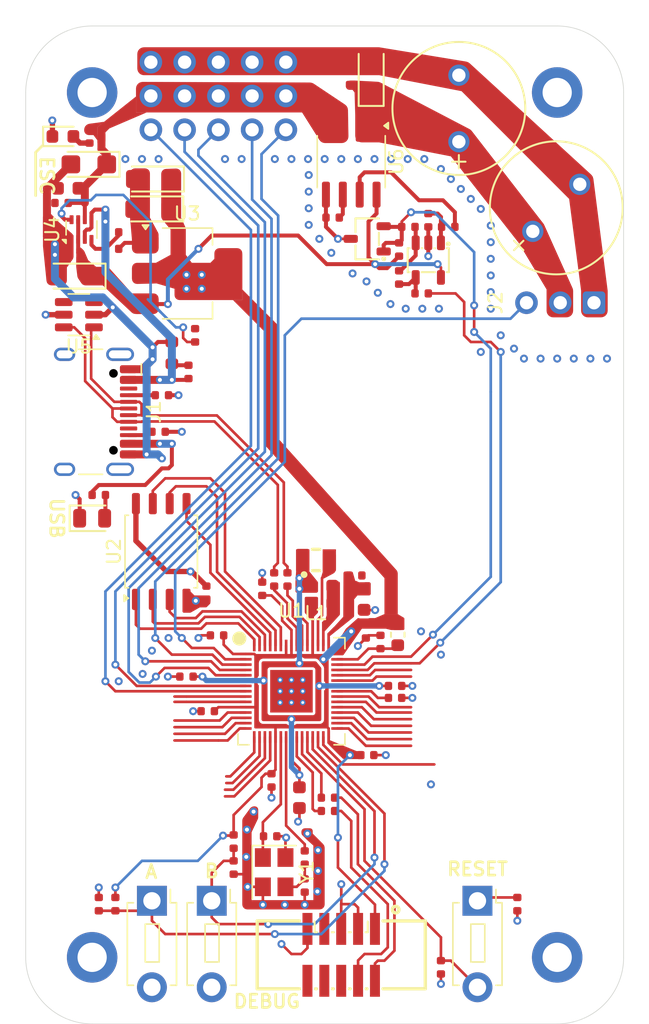
<source format=kicad_pcb>
(kicad_pcb (version 20240108) (generator "pcbnew") (generator_version "8.0")
  (layers (0 "F.Cu" signal) (1 "In1.Cu" signal) (2 "In2.Cu" signal) (31 "B.Cu" signal) (34 "B.Paste" user) (35 "F.Paste" user) (36 "B.SilkS" user "B.Silkscreen") (37 "F.SilkS" user "F.Silkscreen") (38 "B.Mask" user) (39 "F.Mask" user) (44 "Edge.Cuts" user))
  (net 0 "")
  (net 1 "Net-(U1-VREG_AVDD)")
  (net 2 "GND")
  (net 3 "+3V3")
  (net 4 "+1V1")
  (net 5 "VDDA")
  (net 6 "Net-(C16-Pad1)")
  (net 7 "/XIN")
  (net 8 "SWDIO")
  (net 12 "SWCLK")
  (net 13 "USB_D+")
  (net 14 "Net-(U1-USB_DP)")
  (net 15 "Net-(U1-USB_DM)")
  (net 16 "USB_D-")
  (net 17 "Net-(R4-Pad2)")
  (net 18 "/XOUT")
  (net 19 "Net-(U1-SWCLK)")
  (net 20 "Net-(U1-SWDIO)")
  (net 21 "QSPI_SD3")
  (net 22 "QSPI_SDO")
  (net 23 "QSPI_CLK")
  (net 24 "QSPI_SD1")
  (net 25 "QSPI_CS")
  (net 26 "QSPI_SD2")
  (net 28 "Net-(U1-RUN)")
  (net 29 "unconnected-(U1-GPIO6-Pad9)")
  (net 30 "unconnected-(U1-GPIO13-Pad17)")
  (net 31 "unconnected-(U1-GPIO8-Pad12)")
  (net 32 "unconnected-(U1-GPIO18-Pad29)")
  (net 33 "unconnected-(U1-GPIO23-Pad35)")
  (net 34 "unconnected-(U1-GPIO27_ADC1-Pad41)")
  (net 35 "unconnected-(U1-GPIO15-Pad19)")
  (net 36 "unconnected-(U1-GPIO11-Pad15)")
  (net 37 "unconnected-(U1-GPIO25-Pad37)")
  (net 38 "unconnected-(U1-GPIO24-Pad36)")
  (net 39 "unconnected-(U1-GPIO7-Pad10)")
  (net 40 "unconnected-(U1-GPIO12-Pad16)")
  (net 41 "unconnected-(U1-GPIO20-Pad32)")
  (net 42 "unconnected-(U1-GPIO10-Pad14)")
  (net 43 "unconnected-(U1-GPIO22-Pad34)")
  (net 44 "unconnected-(U1-GPIO21-Pad33)")
  (net 45 "Net-(U1-VREG_LX)")
  (net 46 "unconnected-(U1-GPIO19-Pad31)")
  (net 47 "unconnected-(U1-GPIO14-Pad18)")
  (net 48 "unconnected-(U1-GPIO26_ADC0-Pad40)")
  (net 49 "unconnected-(U1-GPIO9-Pad13)")
  (net 50 "+5V")
  (net 51 "/Power/VBUCK_IN")
  (net 52 "Net-(U6-FILTER)")
  (net 53 "VBUCK")
  (net 54 "Net-(D1-Pad2)")
  (net 57 "Net-(J1-CC2)")
  (net 58 "Net-(J1-CC1)")
  (net 59 "CH1")
  (net 60 "CH6")
  (net 61 "CH5")
  (net 62 "CH2")
  (net 63 "CH3")
  (net 64 "CH4")
  (net 65 "Net-(U4-PR1)")
  (net 66 "/Power/USB_VBUS")
  (net 67 "PWR_STATUS")
  (net 68 "OTG_FS_VBUS")
  (net 69 "/Power/I_SRVO_RAW")
  (net 70 "Net-(U7-+)")
  (net 71 "I_COND_2_5")
  (net 72 "Net-(U7-OUT)")
  (net 73 "I_COND")
  (net 74 "Net-(U7--)")
  (net 77 "Net-(D2-Pad2)")
  (net 78 "USR_SW1")
  (net 79 "USR_SW2")
  (footprint "PCM_JLCPCB:R_0402" (layer "F.Cu") (at 104.8 83.3 90)
    (property "Reference" "R22" (hide yes))
    (property "Value" "220Ω" (hide yes))
  )
  (footprint "Button_Switch_THT:SW_PUSH_1P1T_6x3.5mm_H4.3_APEM_MJTP1243" (layer "F.Cu") (at 134 140.75 -90)
    (property "Reference" "SW1" (hide yes))
    (property "Value" "SW_Push")
  )
  (footprint "PCM_JLCPCB:C_0402" (layer "F.Cu") (at 113.7 126.5 180)
    (property "Reference" "C12" (hide yes))
    (property "Value" "100nF")
  )
  (footprint "PCM_JLCPCB:C_Plugin,D10xL16mm" (layer "F.Cu") (at 132.6 81.2 90)
    (property "Reference" "C24" (hide yes))
    (property "Value" "470uF")
  )
  (footprint "PCM_JLCPCB:C_0402" (layer "F.Cu") (at 127.8 124.6)
    (property "Reference" "C4" (hide yes))
    (property "Value" "100nF")
  )
  (footprint "PCM_JLCPCB:C_0603" (layer "F.Cu") (at 122.3 118.4)
    (property "Reference" "C2" (hide yes))
    (property "Value" "4.7uF")
  )
  (footprint "PCM_JLCPCB:C_CASE-A-3216-18(mm)" (layer "F.Cu") (at 104.75 85.4 180)
    (property "Reference" "C30" (hide yes))
    (property "Value" "10uF")
  )
  (footprint "PCM_JLCPCB:C_0402" (layer "F.Cu") (at 105.5 141 90)
    (property "Reference" "C31" (hide yes))
    (property "Value" "100nF")
  )
  (footprint "PCM_JLCPCB:C_0402" (layer "F.Cu") (at 125.7 129.8)
    (property "Reference" "C14" (hide yes))
    (property "Value" "100nF")
  )
  (footprint "PCM_JLCPCB:R_0402" (layer "F.Cu") (at 118.7 116.6 90)
    (property "Reference" "R2" (hide yes))
    (property "Value" "22Ω" (hide yes))
  )
  (footprint "Package_TO_SOT_SMD:SOT-583-8" (layer "F.Cu") (at 104.2 90.3 90)
    (property "Reference" "U4")
    (property "Value" "TPS2116DRL")
  )
  (footprint "Button_Switch_THT:SW_PUSH_1P1T_6x3.5mm_H4.3_APEM_MJTP1243" (layer "F.Cu") (at 109.5 140.75 -90)
    (property "Reference" "SW2" (hide yes))
    (property "Value" "SW_Push")
  )
  (footprint "PCM_JLCPCB:D_0603" (layer "F.Cu") (at 102.8 83.3)
    (property "Reference" "D2" (hide yes))
    (property "Value" "Red")
  )
  (footprint "PCM_JLCPCB:R_0402" (layer "F.Cu") (at 137 141 90)
    (property "Reference" "R4" (hide yes))
    (property "Value" "1kΩ" (hide yes))
  )
  (footprint "PCM_JLCPCB:C_0402" (layer "F.Cu") (at 113.6 117.6 -90)
    (property "Reference" "C15" (hide yes))
    (property "Value" "100nF")
  )
  (footprint "Connector_PinHeader_2.54mm:PinHeader_1x03_P2.54mm_Vertical" (layer "F.Cu") (at 137.69 95.8 90)
    (property "Reference" "J2")
    (property "Value" "Conn_01x03")
  )
  (footprint "PCM_JLCPCB:C_CASE-A-3216-18(mm)" (layer "F.Cu") (at 103.7 93.8 180)
    (property "Reference" "C20" (hide yes))
    (property "Value" "10uF")
  )
  (footprint "PCM_JLCPCB:C_0603" (layer "F.Cu") (at 120.6 133 -90)
    (property "Reference" "C6" (hide yes))
    (property "Value" "4.7uF")
  )
  (footprint "PCM_JLCPCB:R_0402" (layer "F.Cu") (at 106.5 91.75)
    (property "Reference" "R12" (hide yes))
    (property "Value" "10kΩ" (hide yes))
  )
  (footprint "PCM_JLCPCB:C_0402" (layer "F.Cu") (at 124.4 78.9 90)
    (property "Reference" "C26" (hide yes))
    (property "Value" "100nF")
  )
  (footprint "PCM_JLCPCB:C_0402" (layer "F.Cu") (at 103.6 92.2 180)
    (property "Reference" "C19" (hide yes))
    (property "Value" "100nF")
  )
  (footprint "Connector_PinHeader_2.54mm:PinHeader_1x05_P2.54mm_Vertical" (layer "F.Cu") (at 109.42 80.26 90)
    (property "Reference" "J4" (hide yes))
    (property "Value" "Conn_01x05")
  )
  (footprint "PCM_JLCPCB:R_0402" (layer "F.Cu") (at 110.25 102.75)
    (property "Reference" "R8" (hide yes))
    (property "Value" "5.1kΩ" (hide yes))
  )
  (footprint "Package_SO:SOIC-8_5.23x5.23mm_P1.27mm" (layer "F.Cu") (at 110.2 114.5 90)
    (property "Reference" "U2")
    (property "Value" "W25Q128JVS")
  )
  (footprint "PCM_JLCPCB:D_0805" (layer "F.Cu") (at 105 112)
    (property "Reference" "D1" (hide yes))
    (property "Value" "Red")
  )
  (footprint "PCM_JLCPCB:R_0402" (layer "F.Cu") (at 110 105.5)
    (property "Reference" "R11" (hide yes))
    (property "Value" "5.1kΩ" (hide yes))
  )
  (footprint "PCM_JLCPCB:R_0402" (layer "F.Cu") (at 106.5 90.5)
    (property "Reference" "R9" (hide yes))
    (property "Value" "10kΩ" (hide yes))
  )
  (footprint "PCM_JLCPCB:C_0402" (layer "F.Cu") (at 125.6 120.5 -90)
    (property "Reference" "C9" (hide yes))
    (property "Value" "100nF")
  )
  (footprint "Button_Switch_THT:SW_PUSH_1P1T_6x3.5mm_H4.3_APEM_MJTP1243" (layer "F.Cu") (at 114 140.75 -90)
    (property "Reference" "SW3" (hide yes))
    (property "Value" "SW_Push")
  )
  (footprint "PCM_JLCPCB:R_0402" (layer "F.Cu") (at 115.65 136.3 90)
    (property "Reference" "R24" (hide yes))
    (property "Value" "10kΩ" (hide yes))
  )
  (footprint "PCM_JLCPCB:R_0402" (layer "F.Cu") (at 112.75 98.25 -90)
    (property "Reference" "R13" (hide yes))
    (property "Value" "10kΩ" (hide yes))
  )
  (footprint "PCM_JLCPCB:R_0402" (layer "F.Cu") (at 106.75 141 90)
    (property "Reference" "R23" (hide yes))
    (property "Value" "10kΩ" (hide yes))
  )
  (footprint "PCM_JLCPCB:R_0402" (layer "F.Cu") (at 128.8 90.1)
    (property "Reference" "R20" (hide yes))
    (property "Value" "10kΩ" (hide yes))
  )
  (footprint "PCM_JLCPCB:C_0402" (layer "F.Cu") (at 117.8 117.3 90)
    (property "Reference" "C10" (hide yes))
    (property "Value" "100nF")
  )
  (footprint "PCM_JLCPCB:R_0402" (layer "F.Cu") (at 119.7 116.6 90)
    (property "Reference" "R3" (hide yes))
    (property "Value" "22Ω" (hide yes))
  )
  (footprint "Connector_PinHeader_2.54mm:PinHeader_1x05_P2.54mm_Vertical" (layer "F.Cu") (at 109.42 82.8 90)
    (property "Reference" "J3" (hide yes))
    (property "Value" "Conn_01x05")
  )
  (footprint "easyeda2kicad:IND-SMD_L2.0-W1.6_AOTA-B201610S3R3-101-T" (layer "F.Cu") (at 121.85 115.135 180)
    (property "Reference" "L1")
    (property "Value" "AOTA-B201610S3R3-101-T")
  )
  (footprint "PCM_JLCPCB:SOT-23-3_L2.9-W1.6-P1.90-LS2.8-BR" (layer "F.Cu") (at 125.7 91)
    (property "Reference" "U8" (hide yes))
    (property "Value" "CJ431")
  )
  (footprint "PCM_JLCPCB:R_0402" (layer "F.Cu") (at 112.25 101 90)
    (property "Reference" "R14" (hide yes))
    (property "Value" "33kΩ" (hide yes))
  )
  (footprint "PCM_JLCPCB:C_0603" (layer "F.Cu") (at 122.3 117.1)
    (property "Reference" "C3" (hide yes))
    (property "Value" "4.7uF")
  )
  (footprint "Connector_PinHeader_2.54mm:PinHeader_1x05_P2.54mm_Vertical" (layer "F.Cu") (at 109.42 77.72 90)
    (property "Reference" "J5" (hide yes))
    (property "Value" "Conn_01x05")
  )
  (footprint "MountingHole:MountingHole_2.2mm_M2_DIN965_Pad" (layer "F.Cu") (at 140 145)
    (property "Reference" "H4" (hide yes))
    (property "Value" "MountingHole_Pad")
  )
  (footprint "PCM_JLCPCB:R_0402" (layer "F.Cu") (at 122.75 134 180)
    (property "Reference" "R6" (hide yes))
    (property "Value" "22Ω" (hide yes))
  )
  (footprint "PCM_JLCPCB:R_0402" (layer "F.Cu") (at 122.75 133 180)
    (property "Reference" "R7" (hide yes))
    (property "Value" "22Ω" (hide yes))
  )
  (footprint "PCM_JLCPCB:C_0402" (layer "F.Cu") (at 115.65 138.25 -90)
    (property "Reference" "C32" (hide yes))
    (property "Value" "100nF")
  )
  (footprint "PCM_JLCPCB:C_CASE-A-3216-18(mm)" (layer "F.Cu") (at 109.6 86.5 180)
    (property "Reference" "C21" (hide yes))
    (property "Value" "10uF")
  )
  (footprint "MountingHole:MountingHole_2.2mm_M2_DIN965_Pad" (layer "F.Cu") (at 105 80)
    (property "Reference" "H1" (hide yes))
    (property "Value" "MountingHole_Pad")
  )
  (footprint "PCM_JLCPCB:R_0402" (layer "F.Cu") (at 131.8 90.1 180)
    (property "Reference" "R16" (hide yes))
    (property "Value" "10kΩ" (hide yes))
  )
  (footprint "easyeda2kicad:IDC-SMD_10P-P1.27_X1270WVS-2X05B-6TV01" (layer "F.Cu") (at 123.745 144.8125 180)
    (property "Reference" "CN1" (hide yes))
    (property "Value" "20021521-00010T1LF")
  )
  (footprint "PCM_JLCPCB:R_0402" (layer "F.Cu") (at 124.8 116.3 180)
    (property "Reference" "R1" (hide yes))
    (property "Value" "33Ω" (hide yes))
  )
  (footprint "PCM_JLCPCB:SOT-23-5_L3.0-W1.7-P0.95-LS2.8-BR" (layer "F.Cu") (at 130.3 92.6 90)
    (property "Reference" "U7" (hide yes))
    (property "Value" "LMV321IDBVR")
  )
  (footprint "PCM_JLCPCB:C_0402" (layer "F.Cu") (at 114.4 120.8 180)
    (property "Reference" "C11" (hide yes))
    (property "Value" "100nF")
  )
  (footprint "PCM_JLCPCB:R_0402" (layer "F.Cu") (at 129.8 95.1)
    (property "Reference" "R19" (hide yes))
    (property "Value" "220Ω" (hide yes))
  )
  (footprint "PCM_JLCPCB:C_0402" (layer "F.Cu") (at 121 139.6 -90)
    (property "Reference" "C16" (hide yes))
    (property "Value" "15pF")
  )
  (footprint "MountingHole:MountingHole_2.2mm_M2_DIN965_Pad" (layer "F.Cu") (at 105 145)
    (property "Reference" "H3" (hide yes))
    (property "Value" "MountingHole_Pad")
  )
  (footprint "PCM_JLCPCB:C_0402" (layer "F.Cu") (at 112.1 123.9 180)
    (property "Reference" "C5" (hide yes))
    (property "Value" "100nF")
  )
  (footprint "Crystal:Crystal_SMD_3225-4Pin_3.2x2.5mm" (layer "F.Cu") (at 118.7 138.6 -90)
    (property "Reference" "Y1")
    (property "Value" "Crystal_GND24")
  )
  (footprint "Connector_USB:USB_C_Receptacle_HCTL_HC-TYPE-C-16P-01A" (layer "F.Cu") (at 104 104 -90)
    (property "Reference" "J1")
    (property "Value" "USB_C_Receptacle_USB2.0_16P")
  )
  (footprint "Package_TO_SOT_SMD:SOT-23-6" (layer "F.Cu") (at 104 96.7 180)
    (property "Reference" "U5")
    (property "Value" "SRV05-4")
  )
  (footprint "PCM_JLCPCB:R_0603" (layer "F.Cu") (at 111 99.57 90)
    (property "Reference" "R15" (hide yes))
    (property "Value" "82kΩ")
  )
  (footprint "PCM_JLCPCB:C_0402" (layer "F.Cu") (at 118.5 131.7 -90)
    (property "Reference" "C13" (hide yes))
    (property "Value" "100nF")
  )
  (footprint "PCM_JLCPCB:R_0402" (layer "F.Cu") (at 128.1 93.9 90)
    (property "Reference" "R21" (hide yes))
    (property "Value" "27kΩ" (hide yes))
  )
  (footprint "PCM_JLCPCB:C_CASE-A-3216-18(mm)" (layer "F.Cu") (at 126 78.7 90)
    (property "Reference" "C23" (hide yes))
    (property "Value" "10uF")
  )
  (footprint "PCM_JLCPCB:C_0603" (layer "F.Cu") (at 103.2 87.2 180)
    (property "Reference" "C29" (hide yes))
    (property "Value" "2.2uF")
  )
  (footprint "PCM_JLCPCB:C_0402" (layer "F.Cu") (at 102.7 88.3 180)
    (property "Reference" "C28" (hide yes))
    (property "Value" "100nF")
  )
  (footprint "PCM_JLCPCB:C_0603" (layer "F.Cu") (at 125.466543 118.1 -90)
    (property "Reference" "C1" (hide yes))
    (property "Value" "4.7uF")
  )
  (footprint "PCM_JLCPCB:C_0402" (layer "F.Cu") (at 123.1 89.4 180)
    (property "Reference" "C27" (hide yes))
    (property "Value" "100nF")
  )
  (footprint "MountingHole:MountingHole_2.2mm_M2_DIN965_Pad" (layer "F.Cu") (at 140 80)
    (property "Reference" "H2" (hide yes))
    (property "Value" "MountingHole_Pad")
  )
  (footprint "PCM_JLCPCB:C_0402" (layer "F.Cu") (at 127.8 125.5)
    (property "Reference" "C8" (hide yes))
    (property "Value" "100nF")
  )
  (footprint "PCM_JLCPCB:FB_0603" (layer "F.Cu") (at 128 120.75 -90)
    (property "Reference" "FB1" (hide yes))
    (property "Value" "~")
  )
  (footprint "Package_TO_SOT_SMD:SOT-223-3_TabPin2" (layer "F.Cu") (at 112.15 93.6)
    (property "Reference" "U3")
    (property "Value" "AMS1117-3.3")
  )
  (footprint "Package_SO:SOIC-8_3.9x4.9mm_P1.27mm" (layer "F.Cu") (at 124.5 85.2 -90)
    (property "Reference" "U6")
    (property "Value" "ACS712xLCTR-05B")
  )
  (footprint "PCM_JLCPCB:C_CASE-A-3216-18(mm)" (layer "F.Cu") (at 109.55 88.75 180)
    (property "Reference" "C22" (hide yes))
    (property "Value" "10uF")
  )
  (footprint "PCM_JLCPCB:C_0402" (layer "F.Cu") (at 118.4 135.9)
    (property "Reference" "C17" (hide yes))
    (property "Value" "15pF")
  )
  (footprint "RP2350_KiCad:RP2350A_QFN-60_EP_7.75x7.75_Pitch0.4mm" (layer "F.Cu") (at 120 125)
    (property "Reference" "U1")
    (property "Value" "RP2350A-QFN60")
  )
  (footprint "PCM_JLCPCB:C_Plugin,D10xL16mm" (layer "F.Cu") (at 139.932233 88.667767 45)
    (property "Reference" "C25" (hide yes))
    (property "Value" "470uF")
  )
  (footprint "PCM_JLCPCB:C_0402" (layer "F.Cu") (at 131.25 145.75 -90)
    (property "Reference" "C18" (hide yes))
    (property "Value" "100nF")
  )
  (footprint "PCM_JLCPCB:C_0402" (layer "F.Cu") (at 126.7 121.3 90)
    (property "Reference" "C7" (hide yes))
    (property "Value" "100nF")
  )
  (footprint "PCM_JLCPCB:R_0402" (layer "F.Cu") (at 128.1 91.8 90)
    (property "Reference" "R18" (hide yes))
    (property "Value" "680Ω" (hide yes))
  )
  (footprint "PCM_JLCPCB:R_0402" (layer "F.Cu") (at 105.5 110.25 180)
    (property "Reference" "R10" (hide yes))
    (property "Value" "220Ω" (hide yes))
  )
  (footprint "PCM_JLCPCB:R_0402" (layer "F.Cu") (at 121 137.5 90)
    (property "Reference" "R5" (hide yes))
    (property "Value" "1kΩ" (hide yes))
  )
  (footprint "PCM_JLCPCB:R_0402" (layer "F.Cu") (at 130.3 89.6 -90)
    (property "Reference" "R17" (hide yes))
    (property "Value" "27kΩ" (hide yes))
  )
  (gr_line (start 100.75 87.75) (end 100.75 84.5) (stroke (width 0.2)) (layer "F.SilkS"))
  (gr_line (start 100.75 84.5) (end 101.25 84) (stroke (width 0.2)) (layer "F.SilkS"))
  (gr_arc (start 100 80) (mid 101.464466 76.464466) (end 105 75) (stroke (width 0.05)) (layer "Edge.Cuts"))
  (gr_arc (start 140 75) (mid 143.535534 76.464466) (end 145 80) (stroke (width 0.05)) (layer "Edge.Cuts"))
  (gr_line (start 100 80) (end 100 145) (stroke (width 0.05)) (layer "Edge.Cuts"))
  (gr_line (start 145 145) (end 145 80) (stroke (width 0.05)) (layer "Edge.Cuts"))
  (gr_line (start 105 150) (end 140 150) (stroke (width 0.05)) (layer "Edge.Cuts"))
  (gr_arc (start 105 150) (mid 101.464466 148.535534) (end 100 145) (stroke (width 0.05)) (layer "Edge.Cuts"))
  (gr_line (start 140 75) (end 105 75) (stroke (width 0.05)) (layer "Edge.Cuts"))
  (gr_arc (start 145 145) (mid 143.535534 148.535534) (end 140 150) (stroke (width 0.05)) (layer "Edge.Cuts"))
  (gr_text "B" (at 114 139.1 0) (layer "F.SilkS") (effects (font (size 1 1) (thickness 0.2) (bold yes)) (justify bottom)))
  (gr_text "DEBUG" (at 118.15 148.9 0) (layer "F.SilkS") (effects (font (size 1 1) (thickness 0.2) (bold yes)) (justify bottom)))
  (gr_text "USB" (at 101.75 112 270) (layer "F.SilkS") (effects (font (size 1 1) (thickness 0.2) (bold yes)) (justify bottom)))
  (gr_text "RESET" (at 134 138.95 0) (layer "F.SilkS") (effects (font (size 1 1) (thickness 0.2) (bold yes)) (justify bottom)))
  (gr_text "A" (at 109.45 139.15 0) (layer "F.SilkS") (effects (font (size 1 1) (thickness 0.2) (bold yes)) (justify bottom)))
  (gr_text "ESC" (at 101 86.25 270) (layer "F.SilkS") (effects (font (size 1 1) (thickness 0.2) (bold yes)) (justify bottom)))
  (segment (start 122.8 121.5625) (end 122.8 120.7) (width 0.2) (layer "F.Cu") (net 1))
  (segment (start 122.8 120.7) (end 123.25 120.25) (width 0.2) (layer "F.Cu") (net 1))
  (segment (start 109.55 100.05) (end 109.55 99.15) (width 0.6) (layer "F.Cu") (net 2))
  (segment (start 120.6 133.78) (end 120.6 134.7) (width 0.2) (layer "F.Cu") (net 2))
  (segment (start 117.85 141.05) (end 117.85 139.7) (width 0.2) (layer "F.Cu") (net 2))
  (segment (start 110.75 102.75) (end 111.5 102.75) (width 0.3) (layer "F.Cu") (net 2))
  (segment (start 130.3 91.3) (end 130.3 92.3) (width 0.3) (layer "F.Cu") (net 2))
  (segment (start 124.46 91) (end 123.5 91) (width 0.2) (layer "F.Cu") (net 2))
  (segment (start 126.3 118.9) (end 125.486543 118.9) (width 0.2) (layer "F.Cu") (net 2))
  (segment (start 130.3 90.1) (end 130.3 91.3) (width 0.3) (layer "F.Cu") (net 2))
  (segment (start 125.015 141.265) (end 124.75 141) (width 0.2) (layer "F.Cu") (net 2))
  (segment (start 113.2 126.5) (end 112.6 126.5) (width 0.2) (layer "F.Cu") (net 2))
  (segment (start 128.3 125.5) (end 129.1 125.5) (width 0.2) (layer "F.Cu") (net 2))
  (segment (start 123.745 141.005) (end 123.745 142.8625) (width 0.2) (layer "F.Cu") (net 2))
  (segment (start 127.1 129.8) (end 126.2 129.8) (width 0.2) (layer "F.Cu") (net 2))
  (segment (start 113 121) (end 113.2 120.8) (width 0.2) (layer "F.Cu") (net 2))
  (segment (start 122.595 87.675) (end 122.595 89.395) (width 0.3) (layer "F.Cu") (net 2))
  (segment (start 109.1 107.2) (end 107.745 107.2) (width 0.6) (layer "F.Cu") (net 2))
  (segment (start 104.06 112) (end 104.06 110.56) (width 0.3) (layer "F.Cu") (net 2))
  (segment (start 128.3 124.6) (end 129.1 124.6) (width 0.2) (layer "F.Cu") (net 2))
  (segment (start 108.8 100.8) (end 107.745 100.8) (width 0.6) (layer "F.Cu") (net 2))
  (segment (start 131.25 146.25) (end 131.25 147) (width 0.2) (layer "F.Cu") (net 2))
  (segment (start 122.6 90.1) (end 123.5 91) (width 0.3) (layer "F.Cu") (net 2))
  (segment (start 125 121.6) (end 125.8 120.8) (width 0.2) (layer "F.Cu") (net 2))
  (segment (start 104.06 110.56) (end 103.75 110.25) (width 0.3) (layer "F.Cu") (net 2))
  (segment (start 109.55 100.05) (end 108.8 100.8) (width 0.6) (layer "F.Cu") (net 2))
  (segment (start 124.75 141) (end 123.75 141) (width 0.2) (layer "F.Cu") (net 2))
  (segment (start 117.85 139.7) (end 116.7 139.7) (width 0.2) (layer "F.Cu") (net 2))
  (segment (start 102.01 82.11) (end 102 82.1) (width 0.4) (layer "F.Cu") (net 2))
  (segment (start 121.205 142.8625) (end 121.205 144.295) (width 0.2) (layer "F.Cu") (net 2))
  (segment (start 123.75 139.5) (end 123.75 141) (width 0.2) (layer "F.Cu") (net 2))
  (segment (start 117.8 116.8) (end 117.8 116.1) (width 0.2) (layer "F.Cu") (net 2))
  (segment (start 119.5 135.9) (end 119.6 136) (width 0.2) (layer "F.Cu") (net 2))
  (segment (start 105.5 140.5) (end 105.5 139.75) (width 0.2) (layer "F.Cu") (net 2))
  (segment (start 119.55 137.5) (end 119.55 136.05) (width 0.2) (layer "F.Cu") (net 2))
  (segment (start 118.5 132.2) (end 118.5 133) (width 0.2) (layer "F.Cu") (net 2))
  (segment (start 123.08 119.17) (end 122.4 119.85) (width 0.2) (layer "F.Cu") (net 2))
  (segment (start 122.6 89.4) (end 122.6 90.1) (width 0.3) (layer "F.Cu") (net 2))
  (segment (start 110.7 123.9) (end 111.6 123.9) (width 0.2) (layer "F.Cu") (net 2))
  (segment (start 102.01 83.3) (end 102.01 82.11) (width 0.4) (layer "F.Cu") (net 2))
  (segment (start 121 140.1) (end 121 141.05) (width 0.2) (layer "F.Cu") (net 2))
  (segment (start 107.45 91.3) (end 109 91.3) (width 0.3) (layer "F.Cu") (net 2))
  (segment (start 125.486543 118.9) (end 125.466543 118.88) (width 0.2) (layer "F.Cu") (net 2))
  (segment (start 120.75 144.75) (end 120 144.75) (width 0.2) (layer "F.Cu") (net 2))
  (segment (start 102.2 91.4) (end 101.6 90.8) (width 0.6) (layer "F.Cu") (net 2))
  (segment (start 123.75 141) (end 123.745 141.005) (width 0.2) (layer "F.Cu") (net 2))
  (segment (start 105.1375 96.7) (end 106 96.7) (width 0.4) (layer "F.Cu") (net 2))
  (segment (start 120 144.75) (end 119.25 144) (width 0.2) (layer "F.Cu") (net 2))
  (segment (start 125.8 120.8) (end 126.7 120.8) (width 0.2) (layer "F.Cu") (net 2))
  (segment (start 115.65 138.75) (end 116.6 138.75) (width 0.2) (layer "F.Cu") (net 2))
  (segment (start 101.6 90.8) (end 101.6 87.2) (width 0.6) (layer "F.Cu") (net 2))
  (segment (start 113.2 120.8) (end 113.9 120.8) (width 0.2) (layer "F.Cu") (net 2))
  (segment (start 111 98.75) (end 109.95 98.75) (width 0.3) (layer "F.Cu") (net 2))
  (segment (start 107 91.75) (end 107.45 91.3) (width 0.3) (layer "F.Cu") (net 2))
  (segment (start 110.5 105.5) (end 111.75 105.5) (width 0.3) (layer "F.Cu") (net 2))
  (segment (start 121.205 144.295) (end 120.75 144.75) (width 0.2) (layer "F.Cu") (net 2))
  (segment (start 101.6 87.2) (end 103.4 85.4) (width 0.6) (layer "F.Cu") (net 2))
  (segment (start 137 141.5) (end 137 142.25) (width 0.2) (layer "F.Cu") (net 2))
  (segment (start 122.595 89.395) (end 122.6 89.4) (width 0.3) (layer "F.Cu") (net 2))
  (segment (start 118.9 135.9) (end 119.5 135.9) (width 0.2) (layer "F.Cu") (net 2))
  (segment (start 106 96.7) (end 106.55 96.15) (width 0.4) (layer "F.Cu") (net 2))
  (segment (start 122.4 119.85) (end 122.4 121.5625) (width 0.2) (layer "F.Cu") (net 2))
  (segment (start 119.55 136.05) (end 119.6 136) (width 0.2) (layer "F.Cu") (net 2))
  (segment (start 125.015 142.8625) (end 125.015 141.265) (width 0.2) (layer "F.Cu") (net 2))
  (segment (start 120.6 134.7) (end 120.5 134.8) (width 0.2) (layer "F.Cu") (net 2))
  (segment (start 123.08 117.1) (end 123.08 119.17) (width 0.2) (layer "F.Cu") (net 2))
  (segment (start 109.95 98.75) (end 109.55 99.15) (width 0.3) (layer "F.Cu") (net 2))
  (via (at 116.6 137.45) (size 0.6) (drill 0.3) (layers "F.Cu" "B.Cu") (net 2))
  (via (at 121.3 86.2) (size 0.6) (drill 0.3) (layers "F.Cu" "B.Cu") (net 2))
  (via (at 110 85) (size 0.6) (drill 0.3) (layers "F.Cu" "B.Cu") (net 2))
  (via (at 102.2 91.4) (size 0.6) (drill 0.3) (layers "F.Cu" "B.Cu") (net 2))
  (via (at 106.55 96.15) (size 0.6) (drill 0.3) (layers "F.Cu" "B.Cu") (net 2))
  (via (at 121.25 85) (size 0.6) (drill 0.3) (layers "F.Cu" "B.Cu") (net 2))
  (via (at 129.75 120.5) (size 0.6) (drill 0.3) (layers "F.Cu" "B.Cu") (net 2))
  (via (at 121.3 89.95) (size 0.6) (drill 0.3) (layers "F.Cu" "B.Cu") (net 2))
  (via (at 108.8 123.7) (size 0.6) (drill 0.3) (layers "F.Cu" "B.Cu") (net 2))
  (via (at 109.55 99.15) (size 0.6) (drill 0.3) (layers "F.Cu" "B.Cu") (net 2))
  (via (at 121.3 87.45) (size 0.6) (drill 0.3) (layers "F.Cu" "B.Cu") (net 2))
  (via (at 115 85) (size 0.6) (drill 0.3) (layers "F.Cu" "B.Cu") (net 2))
  (via (at 123.75 85) (size 0.6) (drill 0.3) (layers "F.Cu" "B.Cu") (net 2))
  (via (at 123 92.05) (size 0.6) (drill 0.3) (layers "F.Cu" "B.Cu") (net 2))
  (via (at 129.1 125.5) (size 0.6) (drill 0.3) (layers "F.Cu" "B.Cu") (net 2))
  (via (at 105.5 139.75) (size 0.6) (drill 0.3) (layers "F.Cu" "B.Cu") (net 2))
  (via (at 131.25 85.75) (size 0.6) (drill 0.3) (layers "F.Cu" "B.Cu") (net 2))
  (via (at 130.5 132) (size 0.6) (drill 0.3) (layers "F.Cu" "B.Cu") (net 2))
  (via (at 122 138.5) (size 0.6) (drill 0.3) (layers "F.Cu" "B.Cu") (net 2))
  (via (at 126.5 95.05) (size 0.6) (drill 0.3) (layers "F.Cu" "B.Cu") (net 2))
  (via (at 132 86.5) (size 0.6) (drill 0.3) (layers "F.Cu" "B.Cu") (net 2))
  (via (at 121.3 88.7) (size 0.6) (drill 0.3) (layers "F.Cu" "B.Cu") (net 2))
  (via (at 125 85) (size 0.6) (drill 0.3) (layers "F.Cu" "B.Cu") (net 2))
  (via (at 110.75 121) (size 0.6) (drill 0.3) (layers "F.Cu" "B.Cu") (net 2))
  (via (at 127.1 129.8) (size 0.6) (drill 0.3) (layers "F.Cu" "B.Cu") (net 2))
  (via (at 137 142.25) (size 0.6) (drill 0.3) (layers "F.Cu" "B.Cu") (net 2))
  (via (at 117.85 141.05) (size 0.6) (drill 0.3) (layers "F.Cu" "B.Cu") (net 2))
  (via (at 135 91.25) (size 0.6) (drill 0.3) (layers "F.Cu" "B.Cu") (net 2))
  (via (at 110.7 123.9) (size 0.6) (drill 0.3) (layers "F.Cu" "B.Cu") (net 2))
  (via (at 141.25 100) (size 0.6) (drill 0.3) (layers "F.Cu" "B.Cu") (net 2))
  (via (at 138.75 100) (size 0.6) (drill 0.3) (layers "F.Cu" "B.Cu") (net 2))
  (via (at 127.5 85) (size 0.6) (drill 0.3) (layers "F.Cu" "B.Cu") (net 2))
  (via (at 116.25 85) (size 0.6) (drill 0.3) (layers "F.Cu" "B.Cu") (net 2))
  (via (at 119.5 141.05) (size 0.6) (drill 0.3) (layers "F.Cu" "B.Cu") (net 2))
  (via (at 109.55 100.05) (size 0.6) (drill 0.3) (layers "F.Cu" "B.Cu") (net 2))
  (via (at 137.5 100) (size 0.6) (drill 0.3) (layers "F.Cu" "B.Cu") (net 2))
  (via (at 102.2 92.2) (size 0.6) (drill 0.3) (layers "F.Cu" "B.Cu") (net 2))
  (via (at 124.6 93.6) (size 0.6) (drill 0.3) (layers "F.Cu" "B.Cu") (net 2))
  (via (at 127.45 95.9) (size 0.6) (drill 0.3) (layers "F.Cu" "B.Cu") (net 2))
  (via (at 117.8 116.1) (size 0.6) (drill 0.3) (layers "F.Cu" "B.Cu") (net 2))
  (via (at 122 136.95) (size 0.6) (drill 0.3) (layers "F.Cu" "B.Cu") (net 2))
  (via (at 135 96.25) (size 0.6) (drill 0.3) (layers "F.Cu" "B.Cu") (net 2))
  (via (at 120 85) (size 0.6) (drill 0.3) (layers "F.Cu" "B.Cu") (net 2))
  (via (at 119.25 144) (size 0.6) (drill 0.3) (layers "F.Cu" "B.Cu") (net 2))
  (via (at 135.75 98.25) (size 0.6) (drill 0.3) (layers "F.Cu" "B.Cu") (net 2))
  (via (at 129.85 96.25) (size 0.6) (drill 0.3) (layers "F.Cu" "B.Cu") (net 2))
  (via (at 116.65 135.4) (size 0.6) (drill 0.3) (layers "F.Cu" "B.Cu") (net 2))
  (via (at 128.75 85) (size 0.6) (drill 0.3) (layers "F.Cu" "B.Cu") (net 2))
  (via (at 132.75 87.25) (size 0.6) (drill 0.3) (layers "F.Cu" "B.Cu") (net 2))
  (via (at 125.65 94.2) (size 0.6) (drill 0.3) (layers "F.Cu" "B.Cu") (net 2))
  (via (at 122.5 85) (size 0.6) (drill 0.3) (layers "F.Cu" "B.Cu") (net 2))
  (via (at 133.5 88) (size 0.6) (drill 0.3) (layers "F.Cu" "B.Cu") (net 2))
  (via (at 134.25 88.75) (size 0.6) (drill 0.3) (layers "F.Cu" "B.Cu") (net 2))
  (via (at 126.3 118.9) (size 0.6) (drill 0.3) (layers "F.Cu" "B.Cu") (net 2))
  (via (at 107.5 85) (size 0.6) (drill 0.3) (layers "F.Cu" "B.Cu") (net 2))
  (via (at 142.5 100) (size 0.6) (drill 0.3) (layers "F.Cu" "B.Cu") (net 2))
  (via (at 111.5 102.75) (size 0.6) (drill 0.3) (layers "F.Cu" "B.Cu") (net 2))
  (via (at 120.5 134.8) (size 0.6) (drill 0.3) (layers "F.Cu" "B.Cu") (net 2))
  (via (at 116.7 139.7) (size 0.6) (drill 0.3) (layers "F.Cu" "B.Cu") (net 2))
  (via (at 123.75 139.5) (size 0.6) (drill 0.3) (layers "F.Cu" "B.Cu") (net 2))
  (via (at 126.25 85) (size 0.6) (drill 0.3) (layers "F.Cu" "B.Cu") (net 2))
  (via (at 103.75 110.25) (size 0.6) (drill 0.3) (layers "F.Cu" "B.Cu") (net 2))
  (via (at 125 121.6) (size 0.6) (drill 0.3) (layers "F.Cu" "B.Cu") (net 2))
  (via (at 118.75 85) (size 0.6) (drill 0.3) (layers "F.Cu" "B.Cu") (net 2))
  (via (at 118.5 133) (size 0.6) (drill 0.3) (layers "F.Cu" "B.Cu") (net 2))
  (via (at 136.75 99.25) (size 0.6) (drill 0.3) (layers "F.Cu" "B.Cu") (net 2))
  (via (at 129.1 124.6) (size 0.6) (drill 0.3) (layers "F.Cu" "B.Cu") (net 2))
  (via (at 131.1 96.25) (size 0.6) (drill 0.3) (layers "F.Cu" "B.Cu") (net 2))
  (via (at 110.25 107.5) (size 0.6) (drill 0.3) (layers "F.Cu" "B.Cu") (net 2))
  (via (at 130 85) (size 0.6) (drill 0.3) (layers "F.Cu" "B.Cu") (net 2))
  (via (at 135 93.75) (size 0.6) (drill 0.3) (layers "F.Cu" "B.Cu") (net 2))
  (via (at 121.2 135.7) (size 0.6) (drill 0.3) (layers "F.Cu" "B.Cu") (net 2))
  (via (at 119.6 136) (size 0.6) (drill 0.3) (layers "F.Cu" "B.Cu") (net 2))
  (via (at 109.5 121.949997) (size 0.6) (drill 0.3) (layers "F.Cu" "B.Cu") (net 2))
  (via (at 135 90) (size 0.6) (drill 0.3) (layers "F.Cu" "B.Cu") (net 2))
  (via (at 117.15 134.05) (size 0.6) (drill 0.3) (layers "F.Cu" "B.Cu") (net 2))
  (via (at 108.75 85) (size 0.6) (drill 0.3) (layers "F.Cu" "B.Cu") (net 2))
  (via (at 111.75 105.5) (size 0.6) (drill 0.3) (layers "F.Cu" "B.Cu") (net 2))
  (via (at 143.75 100) (size 0.6) (drill 0.3) (layers "F.Cu" "B.Cu") (net 2))
  (via (at 112.6 126.5) (size 0.6) (drill 0.3) (layers "F.Cu" "B.Cu") (net 2))
  (via (at 131.25 122.25) (size 0.6) (drill 0.3) (layers "F.Cu" "B.Cu") (net 2))
  (via (at 122.1 91) (size 0.6) (drill 0.3) (layers "F.Cu" "B.Cu") (net 2))
  (via (at 131.25 147) (size 0.6) (drill 0.3) (layers "F.Cu" "B.Cu") (net 2))
  (via (at 107 124.25) (size 0.6) (drill 0.3) (layers "F.Cu" "B.Cu") (net 2))
  (via (at 140 100) (size 0.6) (drill 0.3) (layers "F.Cu" "B.Cu") (net 2))
  (via (at 130.3 92.3) (size 0.6) (drill 0.3) (layers "F.Cu" "B.Cu") (net 2))
  (via (at 135 95) (size 0.6) (drill 0.3) (layers "F.Cu" "B.Cu") (net 2))
  (via (at 134.25 99.5) (size 0.6) (drill 0.3) (layers "F.Cu" "B.Cu") (net 2))
  (via (at 121 141.05) (size 0.6) (drill 0.3) (layers "F.Cu" "B.Cu") (net 2))
  (via (at 128.6 96.25) (size 0.6) (drill 0.3) (layers "F.Cu" "B.Cu") (net 2))
  (via (at 112.8 118.2) (size 0.6) (drill 0.3) (layers "F.Cu" "B.Cu") (net 2))
  (via (at 109.1 107.2) (size 0.6) (drill 0.3) (layers "F.Cu" "B.Cu") (net 2))
  (via (at 102 82.1) (size 0.6) (drill 0.3) (layers "F.Cu" "B.Cu") (net 2))
  (via (at 135 92.5) (size 0.6) (drill 0.3) (layers "F.Cu" "B.Cu") (net 2))
  (via (at 123.5 91) (size 0.6) (drill 0.3) (layers "F.Cu" "B.Cu") (net 2))
  (via (at 121.95 140.05) (size 0.6) (drill 0.3) (layers "F.Cu" "B.Cu") (net 2))
  (via (at 113 121) (size 0.6) (drill 0.3) (layers "F.Cu" "B.Cu") (net 2))
  (segment (start 109.55 99.15) (end 109.55 100.05) (width 0.6) (layer "B.Cu") (net 2))
  (segment (start 109.55 99.15) (end 105.8 95.4) (width 0.6) (layer "B.Cu") (net 2))
  (segment (start 109.95 107.2) (end 109.1 107.2) (width 0.6) (layer "B.Cu") (net 2))
  (segment (start 103.6 95.4) (end 102.2 94) (width 0.6) (layer "B.Cu") (net 2))
  (segment (start 109.1 107.2) (end 109.1 100.5) (width 0.6) (layer "B.Cu") (net 2))
  (segment (start 109.1 100.5) (end 109.55 100.05) (width 0.6) (layer "B.Cu") (net 2))
  (segment (start 102.2 94) (end 102.2 91.4) (width 0.6) (layer "B.Cu") (net 2))
  (segment (start 105.8 95.4) (end 103.6 95.4) (width 0.6) (layer "B.Cu") (net 2))
  (segment (start 110.25 107.5) (end 109.95 107.2) (width 0.6) (layer "B.Cu") (net 2))
  (segment (start 122.8 128.868628) (end 123.731372 129.8) (width 0.2) (layer "F.Cu") (net 3))
  (segment (start 120 121.5625) (end 120 122.4) (width 0.2) (layer "F.Cu") (net 3))
  (segment (start 110.6 116) (end 112.4 116) (width 0.4) (layer "F.Cu") (net 3))
  (segment (start 112.4 116) (end 112.5 116) (width 0.4) (layer "F.Cu") (net 3))
  (segment (start 121.5 119.5) (end 121.6 119.6) (width 0.2) (layer "F.Cu") (net 3))
  (segment (start 117.2 122.2) (end 117.5 122.5) (width 0.2) (layer "F.Cu") (net 3))
  (segment (start 123.731372 129.8) (end 125.2 129.8) (width 0.2) (layer "F.Cu") (net 3))
  (segment (start 116.5625 122.2) (end 117.2 122.2) (width 0.2) (layer "F.Cu") (net 3))
  (segment (start 126.285 142.8625) (end 126.285 141.035) (width 0.2) (layer "F.Cu") (net 3))
  (segment (start 127.3 125.5) (end 126.5 125.5) (width 0.2) (layer "F.Cu") (net 3))
  (segment (start 118.8 128.4375) (end 118.8 130.9) (width 0.2) (layer "F.Cu") (net 3))
  (segment (start 115.65 135.85) (end 115.65 134.3) (width 0.2) (layer "F.Cu") (net 3))
  (segment (start 118.5 117.8) (end 117.8 117.8) (width 0.2) (layer "F.Cu") (net 3))
  (segment (start 115.6 122.2) (end 114.9 121.5) (width 0.2) (layer "F.Cu") (net 3))
  (segment (start 122.8 128.4375) (end 122.8 127.8) (width 0.2) (layer "F.Cu") (net 3))
  (segment (start 112.5 116) (end 113.6 117.1) (width 0.4) (layer "F.Cu") (net 3))
  (segment (start 123.5 138.25) (end 123.5 136) (width 0.2) (layer "F.Cu") (net 3))
  (segment (start 122.8 127.8) (end 122.6 127.6) (width 0.2) (layer "F.Cu") (net 3))
  (segment (start 116.5625 122.2) (end 115.6 122.2) (width 0.2) (layer "F.Cu") (net 3))
  (segment (start 106.75 140.5) (end 106.75 139.75) (width 0.2) (layer "F.Cu") (net 3))
  (segment (start 108.295 110.9) (end 108.295 113.695) (width 0.4) (layer "F.Cu") (net 3))
  (segment (start 116.5625 126.2) (end 117.4 126.2) (width 0.2) (layer "F.Cu") (net 3))
  (segment (start 122.8 128.4375) (end 122.8 128.868628) (width 0.2) (layer "F.Cu") (net 3))
  (segment (start 115.65 134.3) (end 117.75 132.2) (width 0.2) (layer "F.Cu") (net 3))
  (segment (start 119.6 121.5625) (end 119.6 122.4) (width 0.2) (layer "F.Cu") (net 3))
  (segment (start 117.75 132.2) (end 117.75 131.5) (width 0.2) (layer "F.Cu") (net 3))
  (segment (start 114.85 135.85) (end 115.65 135.85) (width 0.2) (layer "F.Cu") (net 3))
  (segment (start 114.5 126.2) (end 114.2 126.5) (width 0.2) (layer "F.Cu") (net 3))
  (segment (start 118.8 130.9) (end 118.5 131.2) (width 0.2) (layer "F.Cu") (net 3))
  (segment (start 108.295 113.695) (end 110.6 116) (width 0.4) (layer "F.Cu") (net 3))
  (segment (start 121.6 119.6) (end 121.6 121.5625) (width 0.2) (layer "F.Cu") (net 3))
  (segment (start 120 120.397058) (end 119.3 119.697058) (width 0.2) (layer "F.Cu") (net 3))
  (segment (start 119.3 118.6) (end 118.5 117.8) (width 0.2) (layer "F.Cu") (net 3))
  (segment (start 121.6 121.5625) (end 121.6 122.3) (width 0.2) (layer "F.Cu") (net 3))
  (segment (start 116.5625 126.2) (end 114.5 126.2) (width 0.2) (layer "F.Cu") (net 3))
  (segment (start 118.8 128.4375) (end 118.8 127.6) (width 0.2) (layer "F.Cu") (net 3))
  (segment (start 118.05 131.2) (end 118.5 131.2) (width 0.2) (layer "F.Cu") (net 3))
  (segment (start 126.285 141.035) (end 123.5 138.25) (width 0.2) (layer "F.Cu") (net 3))
  (segment (start 119.3 119.697058) (end 119.3 118.6) (width 0.2) (layer "F.Cu") (net 3))
  (segment (start 126 125) (end 123.4375 125) (width 0.2) (layer "F.Cu") (net 3))
  (segment (start 120 121.5625) (end 120 120.397058) (width 0.2) (layer "F.Cu") (net 3))
  (segment (start 114.9 121.5) (end 114.9 120.8) (width 0.2) (layer "F.Cu") (net 3))
  (segment (start 117.75 131.5) (end 118.05 131.2) (width 0.2) (layer "F.Cu") (net 3))
  (segment (start 126.5 125.5) (end 126 125) (width 0.2) (layer "F.Cu") (net 3))
  (via (at 124.4 129.8) (size 0.6) (drill 0.3) (layers "F.Cu" "B.Cu") (net 3))
  (via (at 112.4 116) (size 0.6) (drill 0.3) (layers "F.Cu" "B.Cu") (net 3))
  (via (at 114.85 135.85) (size 0.6) (drill 0.3) (layers "F.Cu" "B.Cu") (net 3))
  (via (at 112.1 93.7) (size 0.6) (drill 0.3) (layers "F.Cu" "B.Cu") (net 3))
  (via (at 106.75 139.75) (size 0.6) (drill 0.3) (layers "F.Cu" "B.Cu") (net 3))
  (via (at 112.1 94.75) (size 0.6) (drill 0.3) (layers "F.Cu" "B.Cu") (net 3))
  (via (at 123.5 136) (size 0.6) (drill 0.3) (layers "F.Cu" "B.Cu") (net 3))
  (via (at 113.25 94.75) (size 0.6) (drill 0.3) (layers "F.Cu" "B.Cu") (net 3))
  (via (at 122.4 122.6) (size 0.6) (drill 0.3) (layers "F.Cu" "B.Cu") (net 3))
  (via (at 124.5 120.5) (size 0.6) (drill 0.3) (layers "F.Cu" "B.Cu") (net 3))
  (via (at 113.25 93.7) (size 0.6) (drill 0.3) (layers "F.Cu" "B.Cu") (net 3))
  (segment (start 124.4 129.8) (end 123.5 130.7) (width 0.2) (layer "B.Cu") (net 3))
  (segment (start 108.75 137.75) (end 106.75 139.75) (width 0.2) (layer "B.Cu") (net 3))
  (segment (start 123.5 130.7) (end 123.5 136) (width 0.2) (layer "B.Cu") (net 3))
  (segment (start 124.5 120.5) (end 122.4 122.6) (width 0.6) (layer "B.Cu") (net 3))
  (segment (start 114.85 135.85) (end 112.95 137.75) (width 0.2) (layer "B.Cu") (net 3))
  (segment (start 112.95 137.75) (end 108.75 137.75) (width 0.2) (layer "B.Cu") (net 3))
  (segment (start 120.6 131.3) (end 120.6 130.8) (width 0.2) (layer "F.Cu") (net 4))
  (segment (start 113.3 123.9) (end 112.6 123.9) (width 0.2) (layer "F.Cu") (net 4))
  (segment (start 120.6 116.5) (end 120.6 119.3) (width 0.2) (layer "F.Cu") (net 4))
  (segment (start 127.3 124.6) (end 126.6 124.6) (width 0.2) (layer "F.Cu") (net 4))
  (segment (start 120.6 130.8) (end 120 130.2) (width 0.2) (layer "F.Cu") (net 4))
  (segment (start 121.2 119.9) (end 121.2 121.5625) (width 0.2) (layer "F.Cu") (net 4))
  (segment (start 113.3 123.9) (end 113.6 124.2) (width 0.2) (layer "F.Cu") (net 4))
  (segment (start 120.6 119.3) (end 121.2 119.9) (width 0.2) (layer "F.Cu") (net 4))
  (segment (start 120.6 132.22) (end 120.6 131.3) (width 0.2) (layer "F.Cu") (net 4))
  (segment (start 123.4375 124.6) (end 126.6 124.6) (width 0.2) (layer "F.Cu") (net 4))
  (segment (start 113.6 124.2) (end 116.5625 124.2) (width 0.2) (layer "F.Cu") (net 4))
  (segment (start 120 130.2) (end 120 128.4375) (width 0.2) (layer "F.Cu") (net 4))
  (via (at 126.6 124.6) (size 0.6) (drill 0.3) (layers "F.Cu" "B.Cu") (net 4))
  (via (at 120.6 122.899998) (size 0.6) (drill 0.3) (layers "F.Cu" "B.Cu") (net 4))
  (via (at 113.3 123.9) (size 0.6) (drill 0.3) (layers "F.Cu" "B.Cu") (net 4))
  (via (at 120 127.1) (size 0.6) (drill 0.3) (layers "F.Cu" "B.Cu") (net 4))
  (via (at 120.6 117.3) (size 0.6) (drill 0.3) (layers "F.Cu" "B.Cu") (net 4))
  (via (at 120.6 131.3) (size 0.6) (drill 0.3) (layers "F.Cu" "B.Cu") (net 4))
  (via (at 117.9 124.2) (size 0.6) (drill 0.3) (layers "F.Cu" "B.Cu") (net 4))
  (via (at 122.1 124.6) (size 0.6) (drill 0.3) (layers "F.Cu" "B.Cu") (net 4))
  (via (at 120.6 116.5) (size 0.6) (drill 0.3) (layers "F.Cu" "B.Cu") (net 4))
  (segment (start 113.6 124.2) (end 117.9 124.2) (width 0.4) (layer "B.Cu") (net 4))
  (segment (start 120 127.1) (end 120 130.7) (width 0.4) (layer "B.Cu") (net 4))
  (segment (start 122.1 124.6) (end 126.6 124.6) (width 0.4) (layer "B.Cu") (net 4))
  (segment (start 120 130.7) (end 120.6 131.3) (width 0.4) (layer "B.Cu") (net 4))
  (segment (start 120.6 122.899998) (end 120.6 116.5) (width 0.4) (layer "B.Cu") (net 4))
  (segment (start 113.3 123.9) (end 113.6 124.2) (width 0.4) (layer "B.Cu") (net 4))
  (segment (start 125.8 121.8) (end 126.7 121.8) (width 0.2) (layer "F.Cu") (net 5))
  (segment (start 127.74 121.8) (end 128 121.54) (width 0.2) (layer "F.Cu") (net 5))
  (segment (start 123.4375 122.6) (end 125 122.6) (width 0.2) (layer "F.Cu") (net 5))
  (segment (start 126.7 121.8) (end 127.74 121.8) (width 0.2) (layer "F.Cu") (net 5))
  (segment (start 125 122.6) (end 125.8 121.8) (width 0.2) (layer "F.Cu") (net 5))
  (segment (start 120.4 139.7) (end 121 139.1) (width 0.2) (layer "F.Cu") (net 6))
  (segment (start 119.55 139.7) (end 120.4 139.7) (width 0.2) (layer "F.Cu") (net 6))
  (segment (start 121 139.1) (end 121 138) (width 0.2) (layer "F.Cu") (net 6))
  (segment (start 119.2 128.4375) (end 119.2 133.5) (width 0.2) (layer "F.Cu") (net 7))
  (segment (start 119.2 133.5) (end 117.85 134.85) (width 0.2) (layer "F.Cu") (net 7))
  (segment (start 117.85 136.25) (end 117.85 137.5) (width 0.2) (layer "F.Cu") (net 7))
  (segment (start 117.85 134.85) (end 117.85 136.25) (width 0.2) (layer "F.Cu") (net 7))
  (segment (start 127.75 144.5) (end 127.75 140.75) (width 0.2) (layer "F.Cu") (net 8))
  (segment (start 127 145.25) (end 127.75 144.5) (width 0.2) (layer "F.Cu") (net 8))
  (segment (start 125 138) (end 125 134.25) (width 0.2) (layer "F.Cu") (net 8))
  (segment (start 126.285 146.7625) (end 126.285 145.465) (width 0.2) (layer "F.Cu") (net 8))
  (segment (start 127.75 140.75) (end 125 138) (width 0.2) (layer "F.Cu") (net 8))
  (segment (start 123.75 133) (end 123.25 133) (width 0.2) (layer "F.Cu") (net 8))
  (segment (start 125 134.25) (end 123.75 133) (width 0.2) (layer "F.Cu") (net 8))
  (segment (start 126.5 145.25) (end 127 145.25) (width 0.2) (layer "F.Cu") (net 8))
  (segment (start 126.285 145.465) (end 126.5 145.25) (width 0.2) (layer "F.Cu") (net 8))
  (segment (start 124.5 138.25) (end 127.25 141) (width 0.2) (layer "F.Cu") (net 12))
  (segment (start 123.25 134) (end 123.75 134) (width 0.2) (layer "F.Cu") (net 12))
  (segment (start 127.25 144.25) (end 126.75 144.75) (width 0.2) (layer "F.Cu") (net 12))
  (segment (start 123.75 134) (end 124.5 134.75) (width 0.2) (layer "F.Cu") (net 12))
  (segment (start 125.015 145.235) (end 125.015 146.7625) (width 0.2) (layer "F.Cu") (net 12))
  (segment (start 126.75 144.75) (end 125.5 144.75) (width 0.2) (layer "F.Cu") (net 12))
  (segment (start 127.25 141) (end 127.25 144.25) (width 0.2) (layer "F.Cu") (net 12))
  (segment (start 125.5 144.75) (end 125.015 145.235) (width 0.2) (layer "F.Cu") (net 12))
  (segment (start 124.5 134.75) (end 124.5 138.25) (width 0.2) (layer "F.Cu") (net 12))
  (segment (start 118.7 115.634999) (end 118.975 115.359999) (width 0.2) (layer "F.Cu") (net 13))
  (segment (start 118.975 109.4932) (end 114.2068 104.725) (width 0.2) (layer "F.Cu") (net 13))
  (segment (start 106.8818 104.75) (end 107.745 104.75) (width 0.2) (layer "F.Cu") (net 13))
  (segment (start 107.745 103.75) (end 106.5318 103.75) (width 0.2) (layer "F.Cu") (net 13))
  (segment (start 104.475 98.475) (end 103.65 97.65) (width 0.2) (layer "F.Cu") (net 13))
  (segment (start 106.5318 103.75) (end 104.475 101.6932) (width 0.2) (layer "F.Cu") (net 13))
  (segment (start 118.975 115.359999) (end 118.975 109.4932) (width 0.2) (layer "F.Cu") (net 13))
  (segment (start 106.5318 103.75) (end 106.5318 104.4) (width 0.2) (layer "F.Cu") (net 13))
  (segment (start 103.65 97.65) (end 102.8625 97.65) (width 0.2) (layer "F.Cu") (net 13))
  (segment (start 104.475 101.6932) (end 104.475 98.475) (width 0.2) (layer "F.Cu") (net 13))
  (segment (start 106.5318 104.4) (end 106.8818 104.75) (width 0.2) (layer "F.Cu") (net 13))
  (segment (start 108.745001 104.725) (end 108.720001 104.75) (width 0.2) (layer "F.Cu") (net 13))
  (segment (start 118.7 116.1) (end 118.7 115.634999) (width 0.2) (layer "F.Cu") (net 13))
  (segment (start 108.720001 104.75) (end 107.745 104.75) (width 0.2) (layer "F.Cu") (net 13))
  (segment (start 114.2068 104.725) (end 108.745001 104.725) (width 0.2) (layer "F.Cu") (net 13))
  (segment (start 119.7 118.4) (end 118.7 117.4) (width 0.2) (layer "F.Cu") (net 14))
  (segment (start 118.7 117.4) (end 118.7 117.1) (width 0.2) (layer "F.Cu") (net 14))
  (segment (start 120.4 120.231372) (end 119.7 119.531372) (width 0.2) (layer "F.Cu") (net 14))
  (segment (start 120.4 121.5625) (end 120.4 120.231372) (width 0.2) (layer "F.Cu") (net 14))
  (segment (start 119.7 119.531372) (end 119.7 118.4) (width 0.2) (layer "F.Cu") (net 14))
  (segment (start 120.8 120.065686) (end 120.1 119.365686) (width 0.2) (layer "F.Cu") (net 15))
  (segment (start 120.1 119.365686) (end 120.1 118.2) (width 0.2) (layer "F.Cu") (net 15))
  (segment (start 119.7 117.8) (end 119.7 117.1) (width 0.2) (layer "F.Cu") (net 15))
  (segment (start 120.1 118.2) (end 119.7 117.8) (width 0.2) (layer "F.Cu") (net 15))
  (segment (start 120.8 121.5625) (end 120.8 120.065686) (width 0.2) (layer "F.Cu") (net 15))
  (segment (start 119.425 109.3068) (end 114.3932 104.275) (width 0.2) (layer "F.Cu") (net 16))
  (segment (start 104.925 97.8625) (end 105.1375 97.65) (width 0.2) (layer "F.Cu") (net 16))
  (segment (start 108.720001 103.420001) (end 108.55 103.25) (width 0.2) (layer "F.Cu") (net 16))
  (segment (start 107.745 103.25) (end 106.6682 103.25) (width 0.2) (layer "F.Cu") (net 16))
  (segment (start 108.720001 104.25) (end 108.720001 103.420001) (width 0.2) (layer "F.Cu") (net 16))
  (segment (start 108.745001 104.275) (end 108.720001 104.25) (width 0.2) (layer "F.Cu") (net 16))
  (segment (start 119.7 116.1) (end 119.7 115.634999) (width 0.2) (layer "F.Cu") (net 16))
  (segment (start 108.55 103.25) (end 107.745 103.25) (width 0.2) (layer "F.Cu") (net 16))
  (segment (start 114.3932 104.275) (end 108.745001 104.275) (width 0.2) (layer "F.Cu") (net 16))
  (segment (start 119.7 115.634999) (end 119.425 115.359999) (width 0.2) (layer "F.Cu") (net 16))
  (segment (start 108.720001 104.25) (end 107.745 104.25) (width 0.2) (layer "F.Cu") (net 16))
  (segment (start 119.425 115.359999) (end 119.425 109.3068) (width 0.2) (layer "F.Cu") (net 16))
  (segment (start 104.925 101.5068) (end 104.925 97.8625) (width 0.2) (layer "F.Cu") (net 16))
  (segment (start 106.6682 103.25) (end 104.925 101.5068) (width 0.2) (layer "F.Cu") (net 16))
  (segment (start 137 140.5) (end 134.25 140.5) (width 0.2) (layer "F.Cu") (net 17))
  (segment (start 134.25 140.5) (end 134 140.75) (width 0.2) (layer "F.Cu") (net 17))
  (segment (start 119.6 135.1) (end 121 136.5) (width 0.2) (layer "F.Cu") (net 18))
  (segment (start 121 136.5) (end 121 137) (width 0.2) (layer "F.Cu") (net 18))
  (segment (start 119.6 128.4375) (end 119.6 135.1) (width 0.2) (layer "F.Cu") (net 18))
  (segment (start 121.6 131.1) (end 120.4 129.9) (width 0.2) (layer "F.Cu") (net 19))
  (segment (start 121.6 133.85) (end 121.6 131.1) (width 0.2) (layer "F.Cu") (net 19))
  (segment (start 122.25 134) (end 121.75 134) (width 0.2) (layer "F.Cu") (net 19))
  (segment (start 120.4 129.9) (end 120.4 128.4375) (width 0.2) (layer "F.Cu") (net 19))
  (segment (start 121.75 134) (end 121.6 133.85) (width 0.2) (layer "F.Cu") (net 19))
  (segment (start 122.25 133) (end 122.25 131.184315) (width 0.2) (layer "F.Cu") (net 20))
  (segment (start 122.25 131.184315) (end 120.8 129.734315) (width 0.2) (layer "F.Cu") (net 20))
  (segment (start 120.8 129.734315) (end 120.8 128.4375) (width 0.2) (layer "F.Cu") (net 20))
  (segment (start 119.2 121.5625) (end 119.2 120.2) (width 0.2) (layer "F.Cu") (net 21))
  (segment (start 110.5 109) (end 109.565 109.935) (width 0.2) (layer "F.Cu") (net 21))
  (segment (start 115 110.1) (end 113.9 109) (width 0.2) (layer "F.Cu") (net 21))
  (segment (start 119.2 120.2) (end 115 116) (width 0.2) (layer "F.Cu") (net 21))
  (segment (start 109.565 109.935) (end 109.565 110.9) (width 0.2) (layer "F.Cu") (net 21))
  (segment (start 115 116) (end 115 110.1) (width 0.2) (layer "F.Cu") (net 21))
  (segment (start 113.9 109) (end 110.5 109) (width 0.2) (layer "F.Cu") (net 21))
  (segment (start 118.4 121.5625) (end 118.4 120.593628) (width 0.2) (layer "F.Cu") (net 22))
  (segment (start 113.9 114) (end 112.105 112.205) (width 0.2) (layer "F.Cu") (net 22))
  (segment (start 113.9 116.093628) (end 113.9 114) (width 0.2) (layer "F.Cu") (net 22))
  (segment (start 112.105 112.205) (end 112.105 110.9) (width 0.2) (layer "F.Cu") (net 22))
  (segment (start 118.4 120.593628) (end 113.9 116.093628) (width 0.2) (layer "F.Cu") (net 22))
  (segment (start 114.4 116.027942) (end 114.4 110.4) (width 0.2) (layer "F.Cu") (net 23))
  (segment (start 111.3 109.6) (end 110.835 110.065) (width 0.2) (layer "F.Cu") (net 23))
  (segment (start 113.6 109.6) (end 111.3 109.6) (width 0.2) (layer "F.Cu") (net 23))
  (segment (start 114.4 110.4) (end 113.6 109.6) (width 0.2) (layer "F.Cu") (net 23))
  (segment (start 118.8 120.427942) (end 114.4 116.027942) (width 0.2) (layer "F.Cu") (net 23))
  (segment (start 110.835 110.065) (end 110.835 110.9) (width 0.2) (layer "F.Cu") (net 23))
  (segment (start 118.8 121.5625) (end 118.8 120.427942) (width 0.2) (layer "F.Cu") (net 23))
  (segment (start 109.565 119.765) (end 109.565 118.1) (width 0.2) (layer "F.Cu") (net 24))
  (segment (start 116.0875 119.4125) (end 113.4875 119.4125) (width 0.2) (layer "F.Cu") (net 24))
  (segment (start 113.4875 119.4125) (end 113 119.9) (width 0.2) (layer "F.Cu") (net 24))
  (segment (start 117.6 120.925) (end 116.0875 119.4125) (width 0.2) (layer "F.Cu") (net 24))
  (segment (start 113 119.9) (end 109.7 119.9) (width 0.2) (layer "F.Cu") (net 24))
  (segment (start 117.6 121.5625) (end 117.6 120.925) (width 0.2) (layer "F.Cu") (net 24))
  (segment (start 109.7 119.9) (end 109.565 119.765) (width 0.2) (layer "F.Cu") (net 24))
  (segment (start 108.6 120.3) (end 108.295 119.995) (width 0.2) (layer "F.Cu") (net 25))
  (segment (start 117.2 121.1) (end 116 119.9) (width 0.2) (layer "F.Cu") (net 25))
  (segment (start 113.6 119.9) (end 113.2 120.3) (width 0.2) (layer "F.Cu") (net 25))
  (segment (start 113.2 120.3) (end 108.6 120.3) (width 0.2) (layer "F.Cu") (net 25))
  (segment (start 116 119.9) (end 113.6 119.9) (width 0.2) (layer "F.Cu") (net 25))
  (segment (start 108.295 119.995) (end 108.295 118.1) (width 0.2) (layer "F.Cu") (net 25))
  (segment (start 117.2 121.5625) (end 117.2 121.1) (width 0.2) (layer "F.Cu") (net 25))
  (segment (start 113.3 119) (end 112.8 119.5) (width 0.2) (layer "F.Cu") (net 26))
  (segment (start 116.240686 119) (end 113.3 119) (width 0.2) (layer "F.Cu") (net 26))
  (segment (start 110.835 119.035) (end 110.835 118.1) (width 0.2) (layer "F.Cu") (net 26))
  (segment (start 118 121.5625) (end 118 120.759314) (width 0.2) (layer "F.Cu") (net 26))
  (segment (start 112.8 119.5) (end 111.3 119.5) (width 0.2) (layer "F.Cu") (net 26))
  (segment (start 111.3 119.5) (end 110.835 119.035) (width 0.2) (layer "F.Cu") (net 26))
  (segment (start 118 120.759314) (end 116.240686 119) (width 0.2) (layer "F.Cu") (net 26))
  (segment (start 125.5 137.75) (end 131.25 143.5) (width 0.2) (layer "F.Cu") (net 28))
  (segment (start 121.2 129.568629) (end 125.5 133.868629) (width 0.2) (layer "F.Cu") (net 28))
  (segment (start 132 145.25) (end 134 147.25) (width 0.2) (layer "F.Cu") (net 28))
  (segment (start 131.25 145.25) (end 132 145.25) (width 0.2) (layer "F.Cu") (net 28))
  (segment (start 125.5 133.868629) (end 125.5 137.75) (width 0.2) (layer "F.Cu") (net 28))
  (segment (start 121.2 128.4375) (end 121.2 129.568629) (width 0.2) (layer "F.Cu") (net 28))
  (segment (start 131.25 143.5) (end 131.25 145.25) (width 0.2) (layer "F.Cu") (net 28))
  (segment (start 116.5625 125.4) (end 112.1 125.4) (width 0.2) (layer "F.Cu") (net 29))
  (segment (start 112.1 125.4) (end 111.2 125.4) (width 0.2) (layer "F.Cu") (net 29))
  (segment (start 115.834314 131.634314) (end 115.568628 131.9) (width 0.2) (layer "F.Cu") (net 30))
  (segment (start 117.6 129.868628) (end 115.834314 131.634314) (width 0.2) (layer "F.Cu") (net 30))
  (segment (start 117.6 128.4375) (end 117.6 129.868628) (width 0.2) (layer "F.Cu") (net 30))
  (segment (start 115.568628 131.9) (end 115.1 131.9) (width 0.2) (layer "F.Cu") (net 30))
  (segment (start 116.5625 126.6) (end 115.2 126.6) (width 0.2) (layer "F.Cu") (net 31))
  (segment (start 114.6 127.2) (end 111.2 127.2) (width 0.2) (layer "F.Cu") (net 31))
  (segment (start 114.7 127.1) (end 114.6 127.2) (width 0.2) (layer "F.Cu") (net 31))
  (segment (start 115.2 126.6) (end 114.7 127.1) (width 0.2) (layer "F.Cu") (net 31))
  (segment (start 122.4 128.4375) (end 122.4 129.034314) (width 0.2) (layer "F.Cu") (net 32))
  (segment (start 123.865686 130.5) (end 130.75 130.5) (width 0.2) (layer "F.Cu") (net 32))
  (segment (start 122.4 129.034314) (end 123.865686 130.5) (width 0.2) (layer "F.Cu") (net 32))
  (segment (start 125.3 126.2) (end 126.2 127.1) (width 0.2) (layer "F.Cu") (net 33))
  (segment (start 123.4375 126.2) (end 125.3 126.2) (width 0.2) (layer "F.Cu") (net 33))
  (segment (start 126.2 127.1) (end 129 127.1) (width 0.2) (layer "F.Cu") (net 33))
  (segment (start 125.9 123.8) (end 126.3 123.4) (width 0.2) (layer "F.Cu") (net 34))
  (segment (start 126.3 123.4) (end 129 123.4) (width 0.2) (layer "F.Cu") (net 34))
  (segment (start 123.4375 123.8) (end 125.9 123.8) (width 0.2) (layer "F.Cu") (net 34))
  (segment (start 118.4 130.2) (end 117.7 130.9) (width 0.2) (layer "F.Cu") (net 35))
  (segment (start 117.7 130.9) (end 115.7 132.9) (width 0.2) (layer "F.Cu") (net 35))
  (segment (start 115.7 132.9) (end 115 132.9) (width 0.2) (layer "F.Cu") (net 35))
  (segment (start 118.4 128.4375) (end 118.4 130.2) (width 0.2) (layer "F.Cu") (net 35))
  (segment (start 115.2 128.7) (end 114.5 128.7) (width 0.2) (layer "F.Cu") (net 36))
  (segment (start 114.5 128.7) (end 111.2 128.7) (width 0.2) (layer "F.Cu") (net 36))
  (segment (start 116.1 127.8) (end 115.7 128.2) (width 0.2) (layer "F.Cu") (net 36))
  (segment (start 115.7 128.2) (end 115.2 128.7) (width 0.2) (layer "F.Cu") (net 36))
  (segment (start 116.5625 127.8) (end 116.1 127.8) (width 0.2) (layer "F.Cu") (net 36))
  (segment (start 125.8 125.4) (end 126.6 126.2) (width 0.2) (layer "F.Cu") (net 37))
  (segment (start 123.4375 125.4) (end 125.8 125.4) (width 0.2) (layer "F.Cu") (net 37))
  (segment (start 126.6 126.2) (end 129 126.2) (width 0.2) (layer "F.Cu") (net 37))
  (segment (start 126.4 126.6) (end 129 126.6) (width 0.2) (layer "F.Cu") (net 38))
  (segment (start 125.6 125.8) (end 126.4 126.6) (width 0.2) (layer "F.Cu") (net 38))
  (segment (start 123.4375 125.8) (end 125.6 125.8) (width 0.2) (layer "F.Cu") (net 38))
  (segment (start 116.5625 125.8) (end 112.1 125.8) (width 0.2) (layer "F.Cu") (net 39))
  (segment (start 112.1 125.8) (end 111.2 125.8) (width 0.2) (layer "F.Cu") (net 39))
  (segment (start 117.2 128.4375) (end 117.2 129.6) (width 0.2) (layer "F.Cu") (net 40))
  (segment (start 115.4 131.4) (end 115.1 131.4) (width 0.2) (layer "F.Cu") (net 40))
  (segment (start 117.2 129.6) (end 116.5 130.3) (width 0.2) (layer "F.Cu") (net 40))
  (segment (start 116.5 130.3) (end 115.4 131.4) (width 0.2) (layer "F.Cu") (net 40))
  (segment (start 125.7 128.6) (end 129 128.6) (width 0.2) (layer "F.Cu") (net 41))
  (segment (start 123.4375 127.4) (end 124.5 127.4) (width 0.2) (layer "F.Cu") (net 41))
  (segment (start 124.5 127.4) (end 125.7 128.6) (width 0.2) (layer "F.Cu") (net 41))
  (segment (start 116.5625 127.4) (end 115.8 127.4) (width 0.2) (layer "F.Cu") (net 42))
  (segment (start 115 128.2) (end 111.2 128.2) (width 0.2) (layer "F.Cu") (net 42))
  (segment (start 115.3 127.9) (end 115 128.2) (width 0.2) (layer "F.Cu") (net 42))
  (segment (start 115.8 127.4) (end 115.3 127.9) (width 0.2) (layer "F.Cu") (net 42))
  (segment (start 125 126.6) (end 126 127.6) (width 0.2) (layer "F.Cu") (net 43))
  (segment (start 126 127.6) (end 129 127.6) (width 0.2) (layer "F.Cu") (net 43))
  (segment (start 123.4375 126.6) (end 125 126.6) (width 0.2) (layer "F.Cu") (net 43))
  (segment (start 124.7 127) (end 125.8 128.1) (width 0.2) (layer "F.Cu") (net 44))
  (segment (start 123.4375 127) (end 124.7 127) (width 0.2) (layer "F.Cu") (net 44))
  (segment (start 125.8 128.1) (end 129 128.1) (width 0.2) (layer "F.Cu") (net 44))
  (segment (start 122.3 116.5) (end 122.65 116.15) (width 0.2) (layer "F.Cu") (net 45))
  (segment (start 122.3 119.3) (end 122.3 116.5) (width 0.2) (layer "F.Cu") (net 45))
  (segment (start 122 121.5625) (end 122 119.6) (width 0.2) (layer "F.Cu") (net 45))
  (segment (start 122 119.6) (end 122.3 119.3) (width 0.2) (layer "F.Cu") (net 45))
  (segment (start 124.3 127.8) (end 125.6 129.1) (width 0.2) (layer "F.Cu") (net 46))
  (segment (start 125.6 129.1) (end 129 129.1) (width 0.2) (layer "F.Cu") (net 46))
  (segment (start 123.4375 127.8) (end 124.3 127.8) (width 0.2) (layer "F.Cu") (net 46))
  (segment (start 115.634314 132.4) (end 115 132.4) (width 0.2) (layer "F.Cu") (net 47))
  (segment (start 118 128.4375) (end 118 130.034314) (width 0.2) (layer "F.Cu") (net 47))
  (segment (start 116.567157 131.467157) (end 115.634314 132.4) (width 0.2) (layer "F.Cu") (net 47))
  (segment (start 118 130.034314) (end 116.567157 131.467157) (width 0.2) (layer "F.Cu") (net 47))
  (segment (start 126.4 123.9) (end 129 123.9) (width 0.2) (layer "F.Cu") (net 48))
  (segment (start 126.1 124.2) (end 126.4 123.9) (width 0.2) (layer "F.Cu") (net 48))
  (segment (start 123.4375 124.2) (end 126.1 124.2) (width 0.2) (layer "F.Cu") (net 48))
  (segment (start 116.5625 127) (end 115.5 127) (width 0.2) (layer "F.Cu") (net 49))
  (segment (start 115.1 127.4) (end 114.8 127.7) (width 0.2) (layer "F.Cu") (net 49))
  (segment (start 114.8 127.7) (end 111.2 127.7) (width 0.2) (layer "F.Cu") (net 49))
  (segment (start 115.5 127) (end 115.1 127.4) (width 0.2) (layer "F.Cu") (net 49))
  (segment (start 125.8 89.7) (end 126.405 89.095) (width 0.3) (layer "F.Cu") (net 50))
  (segment (start 122.65 92.9) (end 120.5 90.75) (width 0.3) (layer "F.Cu") (net 50))
  (segment (start 128.1 92.3) (end 127.2 93.2) (width 0.3) (layer "F.Cu") (net 50))
  (segment (start 127.2 93.2) (end 126.6 93.2) (width 0.3) (layer "F.Cu") (net 50))
  (segment (start 103.95 89.56) (end 103.95 91.04) (width 0.3) (layer "F.Cu") (net 50))
  (segment (start 114 90.75) (end 113 91.75) (width 0.3) (layer "F.Cu") (net 50))
  (segment (start 131.25 93.15) (end 131 92.9) (width 0.2) (layer "F.Cu") (net 50))
  (segment (start 126.3 92.9) (end 122.65 92.9) (width 0.3) (layer "F.Cu") (net 50))
  (segment (start 131.25 93.9) (end 131.25 93.15) (width 0.2) (layer "F.Cu") (net 50))
  (segment (start 125.8 92.4) (end 125.8 89.7) (width 0.3) (layer "F.Cu") (net 50))
  (segment (start 126.6 93.2) (end 125.8 92.4) (width 0.3) (layer "F.Cu") (net 50))
  (segment (start 126.405 89.095) (end 126.405 87.675) (width 0.3) (layer "F.Cu") (net 50))
  (segment (start 103.95 92.05) (end 103.95 91.04) (width 0.3) (layer "F.Cu") (net 50))
  (segment (start 109 95.9) (end 110.7 95.9) (width 0.3) (layer "F.Cu") (net 50))
  (segment (start 120.5 90.75) (end 114 90.75) (width 0.3) (layer "F.Cu") (net 50))
  (segment (start 104.1 92.2) (end 103.95 92.05) (width 0.3) (layer "F.Cu") (net 50))
  (via (at 131 92.9) (size 0.6) (drill 0.3) (layers "F.Cu" "B.Cu") (net 50))
  (via (at 113 91.75) (size 0.6) (drill 0.3) (layers "F.Cu" "B.Cu") (net 50))
  (via (at 126.3 92.9) (size 0.6) (drill 0.3) (layers "F.Cu" "B.Cu") (net 50))
  (via (at 110.7 95.9) (size 0.6) (drill 0.3) (layers "F.Cu" "B.Cu") (net 50))
  (segment (start 110.7 94.05) (end 110.7 95.9) (width 0.3) (layer "B.Cu") (net 50))
  (segment (start 126.3 92.9) (end 131 92.9) (width 0.3) (layer "B.Cu") (net 50))
  (segment (start 113 91.75) (end 110.7 94.05) (width 0.3) (layer "B.Cu") (net 50))
  (segment (start 123.865 89.135) (end 123.6 89.4) (width 0.3) (layer "F.Cu") (net 52))
  (segment (start 123.865 87.675) (end 123.865 89.135) (width 0.3) (layer "F.Cu") (net 52))
  (segment (start 106.1 85.4) (end 106.1 84.65) (width 0.6) (layer "F.Cu") (net 53))
  (segment (start 104.45 87.05) (end 106.1 85.4) (width 0.6) (layer "F.Cu") (net 53))
  (segment (start 103.98 87.2) (end 104.3 87.2) (width 0.3) (layer "F.Cu") (net 53))
  (segment (start 104.3 87.2) (end 104.45 87.05) (width 0.3) (layer "F.Cu") (net 53))
  (segment (start 106.1 84.65) (end 105.7 84.25) (width 0.6) (layer "F.Cu") (net 53))
  (segment (start 104.45 88.3) (end 104.45 87.05) (width 0.6) (layer "F.Cu") (net 53))
  (segment (start 103.2 88.3) (end 104.45 88.3) (width 0.3) (layer "F.Cu") (net 53))
  (segment (start 105.7 84.25) (end 105.7 83.2) (width 0.6) (layer "F.Cu") (net 53))
  (segment (start 104.45 88.3) (end 104.45 89.56) (width 0.3) (layer "F.Cu") (net 53))
  (segment (start 106 110.25) (end 106 111.94) (width 0.3) (layer "F.Cu") (net 54))
  (segment (start 106 111.94) (end 105.94 112) (width 0.3) (layer "F.Cu") (net 54))
  (segment (start 107.745 105.75) (end 109.25 105.75) (width 0.3) (layer "F.Cu") (net 57))
  (segment (start 109.25 105.75) (end 109.5 105.5) (width 0.3) (layer "F.Cu") (net 57))
  (segment (start 107.745 102.75) (end 109.75 102.75) (width 0.3) (layer "F.Cu") (net 58))
  (segment (start 114.15 121.75) (end 115 122.6) (width 0.2) (layer "F.Cu") (net 59))
  (segment (start 111.75 121) (end 112.5 121.75) (width 0.2) (layer "F.Cu") (net 59))
  (segment (start 115 122.6) (end 116.5625 122.6) (width 0.2) (layer "F.Cu") (net 59))
  (segment (start 112.5 121.75) (end 114.15 121.75) (width 0.2) (layer "F.Cu") (net 59))
  (via (at 111.75 121) (size 0.6) (drill 0.3) (layers "F.Cu" "B.Cu") (net 59))
  (segment (start 111.25 120.5) (end 111.25 116) (width 0.2) (layer "B.Cu") (net 59))
  (segment (start 119.5 107.75) (end 119.5 98.25) (width 0.2) (layer "B.Cu") (net 59))
  (segment (start 120.75 97) (end 136.49 97) (width 0.2) (layer "B.Cu") (net 59))
  (segment (start 136.49 97) (end 137.69 95.8) (width 0.2) (layer "B.Cu") (net 59))
  (segment (start 111.25 116) (end 119.5 107.75) (width 0.2) (layer "B.Cu") (net 59))
  (segment (start 111.75 121) (end 111.25 120.5) (width 0.2) (layer "B.Cu") (net 59))
  (segment (start 119.5 98.25) (end 120.75 97) (width 0.2) (layer "B.Cu") (net 59))
  (segment (start 109.75 121) (end 111 122.25) (width 0.2) (layer "F.Cu") (net 60))
  (segment (start 111 122.25) (end 114.05 122.25) (width 0.2) (layer "F.Cu") (net 60))
  (segment (start 114.8 123) (end 116.5625 123) (width 0.2) (layer "F.Cu") (net 60))
  (segment (start 114.05 122.25) (end 114.8 123) (width 0.2) (layer "F.Cu") (net 60))
  (via (at 109.75 121) (size 0.6) (drill 0.3) (layers "F.Cu" "B.Cu") (net 60))
  (segment (start 117.75 84.63) (end 119.58 82.8) (width 0.2) (layer "B.Cu") (net 60))
  (segment (start 117.75 88) (end 117.75 84.63) (width 0.2) (layer "B.Cu") (net 60))
  (segment (start 109.75 116.75) (end 119 107.5) (width 0.2) (layer "B.Cu") (net 60))
  (segment (start 109.75 121) (end 109.75 116.75) (width 0.2) (layer "B.Cu") (net 60))
  (segment (start 119 89.25) (end 117.75 88) (width 0.2) (layer "B.Cu") (net 60))
  (segment (start 119 107.5) (end 119 89.25) (width 0.2) (layer "B.Cu") (net 60))
  (segment (start 113.95 122.75) (end 114.6 123.4) (width 0.2) (layer "F.Cu") (net 61))
  (segment (start 114.6 123.4) (end 116.5625 123.4) (width 0.2) (layer "F.Cu") (net 61))
  (segment (start 109 122.75) (end 113.95 122.75) (width 0.2) (layer "F.Cu") (net 61))
  (via (at 109 122.75) (size 0.6) (drill 0.3) (layers "F.Cu" "B.Cu") (net 61))
  (segment (start 108.5 117.25) (end 118.5 107.25) (width 0.2) (layer "B.Cu") (net 61))
  (segment (start 108.5 122.25) (end 108.5 117.25) (width 0.2) (layer "B.Cu") (net 61))
  (segment (start 117.04 88.04) (end 117.04 82.8) (width 0.2) (layer "B.Cu") (net 61))
  (segment (start 118.5 107.25) (end 118.5 89.5) (width 0.2) (layer "B.Cu") (net 61))
  (segment (start 118.5 89.5) (end 117.04 88.04) (width 0.2) (layer "B.Cu") (net 61))
  (segment (start 109 122.75) (end 108.5 122.25) (width 0.2) (layer "B.Cu") (net 61))
  (segment (start 106.75 125) (end 116.5625 125) (width 0.2) (layer "F.Cu") (net 62))
  (segment (start 106 124.25) (end 106.75 125) (width 0.2) (layer "F.Cu") (net 62))
  (via (at 106 124.25) (size 0.6) (drill 0.3) (layers "F.Cu" "B.Cu") (net 62))
  (segment (start 116.95 106.55) (end 116.95 90.33) (width 0.2) (layer "B.Cu") (net 62))
  (segment (start 106 117.5) (end 116.95 106.55) (width 0.2) (layer "B.Cu") (net 62))
  (segment (start 106 124.25) (end 106 117.5) (width 0.2) (layer "B.Cu") (net 62))
  (segment (start 116.95 90.33) (end 109.42 82.8) (width 0.2) (layer "B.Cu") (net 62))
  (segment (start 108.35 124.6) (end 116.5625 124.6) (width 0.2) (layer "F.Cu") (net 63))
  (segment (start 106.75 123) (end 108.35 124.6) (width 0.2) (layer "F.Cu") (net 63))
  (via (at 106.75 123) (size 0.6) (drill 0.3) (layers "F.Cu" "B.Cu") (net 63))
  (segment (start 117.5 90) (end 111.96 84.46) (width 0.2) (layer "B.Cu") (net 63))
  (segment (start 117.5 106.75) (end 117.5 90) (width 0.2) (layer "B.Cu") (net 63))
  (segment (start 111.96 84.46) (end 111.96 82.8) (width 0.2) (layer "B.Cu") (net 63))
  (segment (start 106.75 117.5) (end 117.5 106.75) (width 0.2) (layer "B.Cu") (net 63))
  (segment (start 106.75 123) (end 106.75 117.5) (width 0.2) (layer "B.Cu") (net 63))
  (segment (start 110.45 123.25) (end 113.75 123.25) (width 0.2) (layer "F.Cu") (net 64))
  (segment (start 109.8 123.9) (end 110.45 123.25) (width 0.2) (layer "F.Cu") (net 64))
  (segment (start 113.75 123.25) (end 114.3 123.8) (width 0.2) (layer "F.Cu") (net 64))
  (segment (start 114.3 123.8) (end 116.5625 123.8) (width 0.2) (layer "F.Cu") (net 64))
  (via (at 109.8 123.9) (size 0.6) (drill 0.3) (layers "F.Cu" "B.Cu") (net 64))
  (segment (start 109.35 124.35) (end 108.55 124.35) (width 0.2) (layer "B.Cu") (net 64))
  (segment (start 108.55 124.35) (end 107.75 123.55) (width 0.2) (layer "B.Cu") (net 64))
  (segment (start 107.75 123.55) (end 107.75 117.25) (width 0.2) (layer "B.Cu") (net 64))
  (segment (start 107.75 117.25) (end 118 107) (width 0.2) (layer "B.Cu") (net 64))
  (segment (start 113 84.75) (end 113 84.3) (width 0.2) (layer "B.Cu") (net 64))
  (segment (start 118 89.75) (end 113 84.75) (width 0.2) (layer "B.Cu") (net 64))
  (segment (start 118 107) (end 118 89.75) (width 0.2) (layer "B.Cu") (net 64))
  (segment (start 109.8 123.9) (end 109.35 124.35) (width 0.2) (layer "B.Cu") (net 64))
  (segment (start 113 84.3) (end 114.5 82.8) (width 0.2) (layer "B.Cu") (net 64))
  (segment (start 105.25 91.75) (end 106 91.75) (width 0.3) (layer "F.Cu") (net 65))
  (segment (start 104.95 91.45) (end 105.25 91.75) (width 0.3) (layer "F.Cu") (net 65))
  (segment (start 104.95 91.04) (end 104.95 91.45) (width 0.3) (layer "F.Cu") (net 65))
  (segment (start 106 91.75) (end 106.37 91.38) (width 0.3) (layer "F.Cu") (net 65))
  (segment (start 107 90.743154) (end 107 90.5) (width 0.3) (layer "F.Cu") (net 65))
  (segment (start 106.37 91.373154) (end 107 90.743154) (width 0.3) (layer "F.Cu") (net 65))
  (segment (start 106.37 91.38) (end 106.37 91.373154) (width 0.3) (layer "F.Cu") (net 65))
  (segment (start 104.95 90.15) (end 104.95 89.56) (width 0.3) (layer "F.Cu") (net 66))
  (segment (start 104.45 91.04) (end 104.45 90.45) (width 0.3) (layer "F.Cu") (net 66))
  (segment (start 106 90.5) (end 106 89.7) (width 0.3) (layer "F.Cu") (net 66))
  (segment (start 106 88.8) (end 106 89.7) (width 0.6) (layer "F.Cu") (net 66))
  (segment (start 106 88.8) (end 105.2 88.8) (width 0.3) (layer "F.Cu") (net 66))
  (segment (start 110.75 108.25) (end 111 108) (width 0.3) (layer "F.Cu") (net 66))
  (segment (start 104.8 90.3) (end 104.95 90.15) (width 0.3) (layer "F.Cu") (net 66))
  (segment (start 110.25 108.25) (end 110.75 108.25) (width 0.3) (layer "F.Cu") (net 66))
  (segment (start 102.8625 96.7) (end 101.5 96.7) (width 0.4) (layer "F.Cu") (net 66))
  (segment (start 107.745 101.6) (end 111 101.6) (width 0.6) (layer "F.Cu") (net 66))
  (segment (start 105 110.25) (end 105 110) (width 0.3) (layer "F.Cu") (net 66))
  (segment (start 105.5 109.5) (end 109 109.5) (width 0.3) (layer "F.Cu") (net 66))
  (segment (start 112.25 101.5) (end 112.15 101.6) (width 0.3) (layer "F.Cu") (net 66))
  (segment (start 104.45 90.45) (end 104.6 90.3) (width 0.3) (layer "F.Cu") (net 66))
  (segment (start 104.6 90.3) (end 104.8 90.3) (width 0.3) (layer "F.Cu") (net 66))
  (segment (start 105 110) (end 105.5 109.5) (width 0.3) (layer "F.Cu") (net 66))
  (segment (start 105.2 88.8) (end 104.95 89.05) (width 0.3) (layer "F.Cu") (net 66))
  (segment (start 104.95 89.05) (end 104.95 89.56) (width 0.3) (layer "F.Cu") (net 66))
  (segment (start 112.15 101.6) (end 111 101.6) (width 0.3) (layer "F.Cu") (net 66))
  (segment (start 109 109.5) (end 110.25 108.25) (width 0.3) (layer "F.Cu") (net 66))
  (segment (start 107.745 106.4) (end 111 106.4) (width 0.6) (layer "F.Cu") (net 66))
  (segment (start 111 108) (end 111 106.4) (width 0.3) (layer "F.Cu") (net 66))
  (via (at 110.1 101.6) (size 0.6) (drill 0.3) (layers "F.Cu" "B.Cu") (net 66))
  (via (at 101.5 96.7) (size 0.6) (drill 0.3) (layers "F.Cu" "B.Cu") (net 66))
  (via (at 106 89.7) (size 0.6) (drill 0.3) (layers "F.Cu" "B.Cu") (net 66))
  (via (at 111 106.4) (size 0.6) (drill 0.3) (layers "F.Cu" "B.Cu") (net 66))
  (via (at 111 101.6) (size 0.6) (drill 0.3) (layers "F.Cu" "B.Cu") (net 66))
  (via (at 110.1 106.4) (size 0.6) (drill 0.3) (layers "F.Cu" "B.Cu") (net 66))
  (via (at 106 88.8) (size 0.6) (drill 0.3) (layers "F.Cu" "B.Cu") (net 66))
  (segment (start 110.1 106.4) (end 111 106.4) (width 0.6) (layer "B.Cu") (net 66))
  (segment (start 106 88.8) (end 106 89.7) (width 0.6) (layer "B.Cu") (net 66))
  (segment (start 106 89.7) (end 106 93.5) (width 0.6) (layer "B.Cu") (net 66))
  (segment (start 110.1 101.6) (end 111 101.6) (width 0.6) (layer "B.Cu") (net 66))
  (segment (start 106 93.5) (end 111 98.5) (width 0.6) (layer "B.Cu") (net 66))
  (segment (start 111 98.5) (end 111 101.6) (width 0.6) (layer "B.Cu") (net 66))
  (segment (start 102.7 89.3) (end 102.7 89.1) (width 0.3) (layer "F.Cu") (net 67))
  (segment (start 112.15 98.75) (end 112.75 98.75) (width 0.2) (layer "F.Cu") (net 67))
  (segment (start 111.85 97.65) (end 111.85 98.45) (width 0.2) (layer "F.Cu") (net 67))
  (segment (start 102.96 89.56) (end 102.9 89.5) (width 0.3) (layer "F.Cu") (net 67))
  (segment (start 103.45 89.56) (end 102.96 89.56) (width 0.3) (layer "F.Cu") (net 67))
  (segment (start 102.9 89.5) (end 102.7 89.3) (width 0.3) (layer "F.Cu") (net 67))
  (segment (start 111.85 98.45) (end 112.15 98.75) (width 0.2) (layer "F.Cu") (net 67))
  (via (at 111.85 97.65) (size 0.6) (drill 0.3) (layers "F.Cu" "B.Cu") (net 67))
  (via (at 102.7 89.1) (size 0.6) (drill 0.3) (layers "F.Cu" "B.Cu") (net 67))
  (segment (start 109.4 95.75) (end 110.15 96.5) (width 0.2) (layer "B.Cu") (net 67))
  (segment (start 107.35 87.7) (end 109.4 89.75) (width 0.2) (layer "B.Cu") (net 67))
  (segment (start 105.3 87.7) (end 107.35 87.7) (width 0.2) (layer "B.Cu") (net 67))
  (segment (start 109.4 89.75) (end 109.4 95.75) (width 0.2) (layer "B.Cu") (net 67))
  (segment (start 110.15 96.5) (end 109.2 95.55) (width 0.2) (layer "B.Cu") (net 67))
  (segment (start 111.3 97.65) (end 111.85 97.65) (width 0.2) (layer "B.Cu") (net 67))
  (segment (start 102.7 88.7) (end 103.3 88.1) (width 0.2) (layer "B.Cu") (net 67))
  (segment (start 104.9 88.1) (end 105.3 87.7) (width 0.2) (layer "B.Cu") (net 67))
  (segment (start 102.7 89.1) (end 102.7 88.7) (width 0.2) (layer "B.Cu") (net 67))
  (segment (start 103.3 88.1) (end 104.9 88.1) (width 0.2) (layer "B.Cu") (net 67))
  (segment (start 109.2 95.55) (end 111.3 97.65) (width 0.2) (layer "B.Cu") (net 67))
  (segment (start 111.11 100.5) (end 111 100.39) (width 0.3) (layer "F.Cu") (net 68))
  (segment (start 112.25 100.5) (end 111.11 100.5) (width 0.3) (layer "F.Cu") (net 68))
  (segment (start 131.4 88.1) (end 132.3 89) (width 0.3) (layer "F.Cu") (net 69))
  (segment (start 127.5 86) (end 129.6 88.1) (width 0.3) (layer "F.Cu") (net 69))
  (segment (start 125.135 87.675) (end 125.135 86.365) (width 0.3) (layer "F.Cu") (net 69))
  (segment (start 125.5 86) (end 127.5 86) (width 0.3) (layer "F.Cu") (net 69))
  (segment (start 125.135 86.365) (end 125.5 86) (width 0.3) (layer "F.Cu") (net 69))
  (segment (start 132.3 89) (end 132.3 90.1) (width 0.3) (layer "F.Cu") (net 69))
  (segment (start 129.6 88.1) (end 131.4 88.1) (width 0.3) (layer "F.Cu") (net 69))
  (segment (start 131.25 89.35) (end 131 89.1) (width 0.3) (layer "F.Cu") (net 70))
  (segment (start 131 89.1) (end 130.3 89.1) (width 0.3) (layer "F.Cu") (net 70))
  (segment (start 131.25 91.3) (end 131.25 89.35) (width 0.3) (layer "F.Cu") (net 70))
  (segment (start 128.3 90.1) (end 126.99 90.1) (width 0.3) (layer "F.Cu") (net 71))
  (segment (start 125.5 123) (end 126.1 122.4) (width 0.2) (layer "F.Cu") (net 71))
  (segment (start 123.4375 123) (end 125.5 123) (width 0.2) (layer "F.Cu") (net 71))
  (segment (start 127.1 91.3) (end 128.1 91.3) (width 0.3) (layer "F.Cu") (net 71))
  (segment (start 129 122.4) (end 130.65 120.75) (width 0.2) (layer "F.Cu") (net 71))
  (segment (start 126.94 91.46) (end 127.1 91.3) (width 0.3) (layer "F.Cu") (net 71))
  (segment (start 128.1 91.3) (end 128.3 91.1) (width 0.3) (layer "F.Cu") (net 71))
  (segment (start 126.1 122.4) (end 129 122.4) (width 0.2) (layer "F.Cu") (net 71))
  (segment (start 128.3 91.1) (end 128.3 90.1) (width 0.3) (layer "F.Cu") (net 71))
  (segment (start 133.75 98) (end 133.75 96) (width 0.2) (layer "F.Cu") (net 71))
  (segment (start 128.3 90.1) (end 128.3 89.7) (width 0.2) (layer "F.Cu") (net 71))
  (segment (start 126.94 91.95) (end 126.94 91.46) (width 0.3) (layer "F.Cu") (net 71))
  (segment (start 126.99 90.1) (end 126.94 90.05) (width 0.3) (layer "F.Cu") (net 71))
  (segment (start 128.3 89.7) (end 129 89) (width 0.2) (layer "F.Cu") (net 71))
  (via (at 130.65 120.75) (size 0.6) (drill 0.3) (layers "F.Cu" "B.Cu") (net 71))
  (via (at 133.75 98) (size 0.6) (drill 0.3) (layers "F.Cu" "B.Cu") (net 71))
  (via (at 133.75 96) (size 0.6) (drill 0.3) (layers "F.Cu" "B.Cu") (net 71))
  (via (at 129 89) (size 0.6) (drill 0.3) (layers "F.Cu" "B.Cu") (net 71))
  (segment (start 129.75 89) (end 130.75 89) (width 0.2) (layer "B.Cu") (net 71))
  (segment (start 130.65 120.75) (end 135 116.4) (width 0.2) (layer "B.Cu") (net 71))
  (segment (start 129 89) (end 129.75 89) (width 0.2) (layer "B.Cu") (net 71))
  (segment (start 133.75 92) (end 133.75 96) (width 0.2) (layer "B.Cu") (net 71))
  (segment (start 135 102.5) (end 135 99.25) (width 0.2) (layer "B.Cu") (net 71))
  (segment (start 135 99.25) (end 133.75 98) (width 0.2) (layer "B.Cu") (net 71))
  (segment (start 135 116.4) (end 135 102.5) (width 0.2) (layer "B.Cu") (net 71))
  (segment (start 130.75 89) (end 133.75 92) (width 0.2) (layer "B.Cu") (net 71))
  (segment (start 129.35 95.05) (end 129.3 95.1) (width 0.3) (layer "F.Cu") (net 72))
  (segment (start 128.85 94.4) (end 129.35 93.9) (width 0.3) (layer "F.Cu") (net 72))
  (segment (start 129.35 93.9) (end 129.35 95.05) (width 0.3) (layer "F.Cu") (net 72))
  (segment (start 128.1 94.4) (end 128.85 94.4) (width 0.3) (layer "F.Cu") (net 72))
  (segment (start 133 98.25) (end 133 95.75) (width 0.2) (layer "F.Cu") (net 73))
  (segment (start 125.734314 123.4) (end 126.234314 122.9) (width 0.2) (layer "F.Cu") (net 73))
  (segment (start 129 122.9) (end 129.65 122.9) (width 0.2) (layer "F.Cu") (net 73))
  (segment (start 129.65 122.9) (end 131.2 121.35) (width 0.2) (layer "F.Cu") (net 73))
  (segment (start 132.35 95.1) (end 130.3 95.1) (width 0.2) (layer "F.Cu") (net 73))
  (segment (start 126.234314 122.9) (end 129 122.9) (width 0.2) (layer "F.Cu") (net 73))
  (segment (start 123.4375 123.4) (end 125.734314 123.4) (width 0.2) (layer "F.Cu") (net 73))
  (segment (start 135 98.75) (end 133.5 98.75) (width 0.2) (layer "F.Cu") (net 73))
  (segment (start 135.75 99.5) (end 135 98.75) (width 0.2) (layer "F.Cu") (net 73))
  (segment (start 133 95.75) (end 132.35 95.1) (width 0.2) (layer "F.Cu") (net 73))
  (segment (start 133.5 98.75) (end 133 98.25) (width 0.2) (layer "F.Cu") (net 73))
  (via (at 131.2 121.35) (size 0.6) (drill 0.3) (layers "F.Cu" "B.Cu") (net 73))
  (via (at 135.75 99.5) (size 0.6) (drill 0.3) (layers "F.Cu" "B.Cu") (net 73))
  (segment (start 131.2 121.35) (end 135.75 116.8) (width 0.2) (layer "B.Cu") (net 73))
  (segment (start 135.75 116.8) (end 135.75 99.5) (width 0.2) (layer "B.Cu") (net 73))
  (segment (start 128.2 93.4) (end 129.35 92.25) (width 0.3) (layer "F.Cu") (net 74))
  (segment (start 129.35 92.25) (end 129.35 91.3) (width 0.3) (layer "F.Cu") (net 74))
  (segment (start 129.3 90.1) (end 129.35 90.15) (width 0.3) (layer "F.Cu") (net 74))
  (segment (start 129.35 90.15) (end 129.35 91.3) (width 0.3) (layer "F.Cu") (net 74))
  (segment (start 128.1 93.4) (end 128.2 93.4) (width 0.3) (layer "F.Cu") (net 74))
  (segment (start 104.8 83.8) (end 104.09 83.8) (width 0.4) (layer "F.Cu") (net 77))
  (segment (start 104.09 83.8) (end 103.59 83.3) (width 0.4) (layer "F.Cu") (net 77))
  (segment (start 114.5 142.5) (end 114 142) (width 0.2) (layer "F.Cu") (net 78))
  (segment (start 121.6 129.365686) (end 121.6 128.4375) (width 0.2) (layer "F.Cu") (net 78))
  (segment (start 114 138.65) (end 114.9 137.75) (width 0.2) (layer "F.Cu") (net 78))
  (segment (start 114 142) (end 114 140.75) (width 0.2) (layer "F.Cu") (net 78))
  (segment (start 126.25 134.015686) (end 121.6 129.365686) (width 0.2) (layer "F.Cu") (net 78))
  (segment (start 126.25 137.5) (end 126.25 134.015686) (width 0.2) (layer "F.Cu") (net 78))
  (segment (start 115.65 137.75) (end 114.9 137.75) (width 0.2) (layer "F.Cu") (net 78))
  (segment (start 115.65 137.75) (end 115.65 136.8) (width 0.2) (layer "F.Cu") (net 78))
  (segment (start 114 140.75) (end 114 138.65) (width 0.2) (layer "F.Cu") (net 78))
  (segment (start 118.25 142.5) (end 114.5 142.5) (width 0.2) (layer "F.Cu") (net 78))
  (via (at 118.25 142.5) (size 0.6) (drill 0.3) (layers "F.Cu" "B.Cu") (net 78))
  (via (at 126.25 137.5) (size 0.6) (drill 0.3) (layers "F.Cu" "B.Cu") (net 78))
  (segment (start 126.25 137.5) (end 126.25 138) (width 0.2) (layer "B.Cu") (net 78))
  (segment (start 121.75 142.5) (end 118.25 142.5) (width 0.2) (layer "B.Cu") (net 78))
  (segment (start 126.25 138) (end 121.75 142.5) (width 0.2) (layer "B.Cu") (net 78))
  (segment (start 122 129.2) (end 122 128.4375) (width 0.2) (layer "F.Cu") (net 79))
  (segment (start 106.75 141.5) (end 108.75 141.5) (width 0.2) (layer "F.Cu") (net 79))
  (segment (start 127 134.2) (end 122 129.2) (width 0.2) (layer "F.Cu") (net 79))
  (segment (start 127 138) (end 127 134.2) (width 0.2) (layer "F.Cu") (net 79))
  (segment (start 106.75 141.5) (end 105.5 141.5) (width 0.2) (layer "F.Cu") (net 79))
  (segment (start 118.75 143.25) (end 110.5 143.25) (width 0.2) (layer "F.Cu") (net 79))
  (segment (start 109.5 142.25) (end 109.5 140.75) (width 0.2) (layer "F.Cu") (net 79))
  (segment (start 108.75 141.5) (end 109.5 140.75) (width 0.2) (layer "F.Cu") (net 79))
  (segment (start 110.5 143.25) (end 109.5 142.25) (width 0.2) (layer "F.Cu") (net 79))
  (via (at 118.75 143.25) (size 0.6) (drill 0.3) (layers "F.Cu" "B.Cu") (net 79))
  (via (at 127 138) (size 0.6) (drill 0.3) (layers "F.Cu" "B.Cu") (net 79))
  (segment (start 122.25 143.25) (end 118.75 143.25) (width 0.2) (layer "B.Cu") (net 79))
  (segment (start 127 138) (end 127 138.5) (width 0.2) (layer "B.Cu") (net 79))
  (segment (start 127 138.5) (end 122.25 143.25) (width 0.2) (layer "B.Cu") (net 79))
  (zone (net 1) (net_name "Net-(U1-VREG_AVDD)") (layer "F.Cu") (priority 3) (connect_pads yes (clearance 0.15)) (min_thickness 0.25) (fill yes (thermal_gap 0.5) (thermal_bridge_width 0.5))
    (polygon (pts (xy 123.916543 116) (xy 124.6 116) (xy 124.8 116.7) (xy 125.466543 116.8) (xy 125.966543 116.8) (xy 125.966543 117.8) (xy 124.966543 117.8) (xy 124.716543 118.1) (xy 124.716543 119.4) (xy 122.716543 121) (xy 122.716543 120.7) (xy 123.9 119.4)))
  )
  (zone (net 3) (net_name "+3V3") (layer "F.Cu") (priority 9) (connect_pads yes (clearance 0.2)) (min_thickness 0.2) (fill yes (thermal_gap 0.5) (thermal_bridge_width 0.5))
    (polygon (pts (xy 125.5 130.1) (xy 123.9 130.1) (xy 122.7 128.9) (xy 122.7 128.6) (xy 124.9 129.5) (xy 125.5 129.5)))
  )
  (zone (net 2) (net_name "GND") (layer "F.Cu") (priority 16) (connect_pads yes (clearance 0.2)) (min_thickness 0.25) (fill yes (thermal_gap 0.5) (thermal_bridge_width 0.5) (smoothing fillet) (radius 0.375))
    (polygon (pts (xy 103.6 92.45) (xy 103.1 93.15) (xy 103.1 94.5) (xy 101.6 94.5) (xy 101.3 91.55) (xy 101.3 88.5) (xy 102.5 89.75) (xy 103.6 90.7)))
  )
  (zone (net 3) (net_name "+3V3") (layer "F.Cu") (priority 1) (connect_pads yes (clearance 0.15)) (min_thickness 0.2) (fill yes (thermal_gap 0.5) (thermal_bridge_width 0.5))
    (polygon (pts (xy 121 117.9) (xy 122 117.9) (xy 122 119.1) (xy 121.7 119.4) (xy 121.7 122.2) (xy 121.5 122.2) (xy 121.5 119.7) (xy 121 119.1)))
  )
  (zone (net 53) (net_name "VBUCK") (layer "F.Cu") (priority 13) (connect_pads yes (clearance 0.2)) (min_thickness 0.25) (fill yes (thermal_gap 0.5) (thermal_bridge_width 0.5) (smoothing fillet) (radius 0.5))
    (polygon (pts (xy 105.9 82.2) (xy 108.3 80.3) (xy 108.3 81.5) (xy 109.1 81.5) (xy 106.3 82.7) (xy 106 83) (xy 106 83.95) (xy 105.4 83.95) (xy 105.4 82.6)))
  )
  (zone (net 2) (net_name "GND") (layer "F.Cu") (priority 11) (connect_pads yes (clearance 0.2)) (min_thickness 0.25) (fill yes (thermal_gap 0.5) (thermal_bridge_width 0.5) (smoothing fillet) (radius 0.5))
    (polygon (pts (xy 108.4 76.6) (xy 126.6 76.6) (xy 133.3 77.7) (xy 142.7 86.3) (xy 143.8 94.9) (xy 143.8 96.9) (xy 141.8 96.9) (xy 141.8 94.9) (xy 140.9 88) (xy 132.8 79.9) (xy 126.6 78.7) (xy 108.4 78.7)))
  )
  (zone (net 2) (net_name "GND") (layer "F.Cu") (priority 17) (connect_pads yes (clearance 0.2)) (min_thickness 0.25) (fill yes (thermal_gap 0.5) (thermal_bridge_width 0.5) (smoothing fillet) (radius 0.375))
    (polygon (pts (xy 107.85 85.7) (xy 109.35 85.7) (xy 109.35 89.4) (xy 110 90.6) (xy 110 92.1) (xy 108 92.1) (xy 108 91.1) (xy 107.85 89.4)))
  )
  (zone (net 0) (net_name "") (layer "F.Cu") (connect_pads yes (clearance 0)) (min_thickness 0.2)
    (keepout (tracks allowed) (vias allowed) (pads allowed) (copperpour not_allowed) (footprints allowed))
    (fill (thermal_gap 0.5) (thermal_bridge_width 0.5))
    (polygon (pts (xy 117 136.5) (xy 120.4 136.6) (xy 120.4 140.7) (xy 117 140.7)))
  )
  (zone (net 50) (net_name "+5V") (layer "F.Cu") (priority 15) (connect_pads yes (clearance 0.2)) (min_thickness 0.25) (fill yes (thermal_gap 0.5) (thermal_bridge_width 0.5) (smoothing fillet) (radius 0.375))
    (polygon (pts (xy 108 95.1) (xy 110 95.1) (xy 110 96.6) (xy 108.1 96.65) (xy 105.8 94.5) (xy 104.3 94.5) (xy 103.9 93.9) (xy 103.8 93.1) (xy 103.8 91.6) (xy 104.1 91.6) (xy 104.4 91.9) (xy 104.7 92.6) (xy 105.3 93.1) (xy 106.2 93.1)))
  )
  (zone (net 45) (net_name "Net-(U1-VREG_LX)") (layer "F.Cu") (priority 20) (connect_pads yes (clearance 0.2)) (min_thickness 0.25) (fill yes (thermal_gap 0.5) (thermal_bridge_width 0.5) (smoothing fillet) (radius 0.375))
    (polygon (pts (xy 122.35 114.35) (xy 123.35 114.35) (xy 123.35 116.05) (xy 122.4 116.55) (xy 122.2 116.55) (xy 122.35 116.05)))
  )
  (zone (net 53) (net_name "VBUCK") (layer "F.Cu") (priority 12) (connect_pads yes (clearance 0.2)) (min_thickness 0.25) (fill yes (thermal_gap 0.5) (thermal_bridge_width 0.5) (smoothing fillet) (radius 0.5))
    (polygon (pts (xy 108.3 79.2) (xy 121.55 79.25) (xy 124.25 81.05) (xy 124.3 83.8) (xy 122.25 83.8) (xy 120.8 81.5) (xy 108.3 81.5)))
  )
  (zone (net 4) (net_name "+1V1") (layer "F.Cu") (priority 5) (connect_pads yes (clearance 0.15)) (min_thickness 0.25) (fill yes (thermal_gap 0.5) (thermal_bridge_width 0.5))
    (polygon (pts (xy 117.75 122.75) (xy 121.85 122.75) (xy 122.25 123.25) (xy 122.25 127.25) (xy 117.75 127.25)))
  )
  (zone (net 4) (net_name "+1V1") (layer "F.Cu") (connect_pads yes (clearance 0.15)) (min_thickness 0.25) (fill yes (thermal_gap 0.5) (thermal_bridge_width 0.5))
    (polygon (pts (xy 122 117.6) (xy 122 116.8) (xy 121.35 116) (xy 121.35 114.3) (xy 120.35 114.3) (xy 120.35 116) (xy 120.3 116.8) (xy 120.3 117.6)))
  )
  (zone (net 2) (net_name "GND") (layer "F.Cu") (priority 7) (connect_pads yes (clearance 0.25)) (min_thickness 0.2) (fill yes (thermal_gap 0.5) (thermal_bridge_width 0.5) (smoothing fillet) (radius 0.375))
    (polygon (pts (xy 116.3 141.4) (xy 116.3 134.6) (xy 117 133.65) (xy 117.5 133.65) (xy 117.5 134.55) (xy 117 135.6) (xy 117 140.7) (xy 121.65 140.7) (xy 121.65 136.6) (xy 120.75 135.8) (xy 120.75 135.3) (xy 121.6 135.3) (xy 121.6 135.7) (xy 122.5 136.6) (xy 122.5 141.4)))
  )
  (zone (net 3) (net_name "+3V3") (layer "F.Cu") (priority 18) (connect_pads yes (clearance 0.2)) (min_thickness 0.25) (fill yes (thermal_gap 0.5) (thermal_bridge_width 0.5) (smoothing fillet) (radius 0.375))
    (polygon (pts (xy 108 94.4) (xy 108 92.8) (xy 109.8 92.8) (xy 110.9 92.2) (xy 110.9 90.3) (xy 110.2 89.45) (xy 110.2 85.75) (xy 111.7 85.7) (xy 111.7 89.4) (xy 112.05 90.2) (xy 112.05 92.2) (xy 112.5 92.8) (xy 113.9 92.8) (xy 114.2 92.5) (xy 114.2 91.7) (xy 116.3 91.7) (xy 116.3 95.6) (xy 111.2 95.6) (xy 111.2 94.75) (xy 109.85 94.35)))
  )
  (zone (net 2) (net_name "GND") (layer "F.Cu") (priority 10) (connect_pads yes (clearance 0.2)) (min_thickness 0.2) (fill yes (thermal_gap 0.5) (thermal_bridge_width 0.5))
    (polygon (pts (xy 111.8 119.1) (xy 111.8 117.3) (xy 112.4 117.3) (xy 112.4 117.5) (xy 112.7 117.8) (xy 113.3 117.8) (xy 113.9 117.8) (xy 113.9 118.4) (xy 113.6 118.7) (xy 113.1 118.7) (xy 112.4 119.1)))
  )
  (zone (net 51) (net_name "/Power/VBUCK_IN") (layer "F.Cu") (priority 11) (connect_pads yes (clearance 0.2)) (min_thickness 0.25) (fill yes (thermal_gap 0.5) (thermal_bridge_width 0.5) (smoothing fillet) (radius 0.5))
    (polygon (pts (xy 124.8 81.7) (xy 124.75 80) (xy 124.6 79.8) (xy 124.1 79.8) (xy 124.1 79.1) (xy 124.75 79.1) (xy 126.6 79.2) (xy 133.5 82.8) (xy 139 89.9) (xy 141.2 94.8) (xy 141.2 96.9) (xy 139.2 96.9) (xy 139.2 94.8) (xy 137.1 91.3) (xy 132 84.8) (xy 126.6 83.75) (xy 124.8 83.75)))
  )
  (zone (net 3) (net_name "+3V3") (layer "F.Cu") (priority 6) (connect_pads yes (clearance 0.15)) (min_thickness 0.15) (fill yes (thermal_gap 0.5) (thermal_bridge_width 0.5))
    (polygon (pts (xy 122.5 122.2) (xy 122.7 122.1) (xy 122.9 122.1) (xy 123.1 121.9) (xy 124.1 120.3) (xy 125 119.5) (xy 126.3 119.5) (xy 127 119.2) (xy 128 119.2) (xy 128.5 119.5) (xy 128.5 120.4) (xy 127.5 120.4) (xy 127.1 120.3) (xy 125.3 120.3) (xy 123.9 122.3) (xy 122.9 122.3) (xy 122.8 122.5)))
  )
  (zone (net 2) (net_name "GND") (layer "F.Cu") (priority 2) (connect_pads yes (clearance 0.15)) (min_thickness 0.25) (fill yes (thermal_gap 0.5) (thermal_bridge_width 0.5))
    (polygon (pts (xy 122.25 122) (xy 122.25 120.5) (xy 122.65 119.3) (xy 122.65 116.75) (xy 123.65 116.75) (xy 123.65 119.25) (xy 122.5 120.5) (xy 122.5 122)))
  )
  (zone (net 53) (net_name "VBUCK") (layer "F.Cu") (priority 14) (connect_pads yes (clearance 0.2)) (min_thickness 0.25) (fill yes (thermal_gap 0.5) (thermal_bridge_width 0.5) (smoothing fillet) (radius 0.5))
    (polygon (pts (xy 104.4 83.2) (xy 104.4 82.4) (xy 105.9 82.2) (xy 105.4 82.6) (xy 105.4 83.6) (xy 105.1 83.2)))
  )
  (zone (net 3) (net_name "+3V3") (layer "F.Cu") (priority 4) (connect_pads yes (clearance 0.15)) (min_thickness 0.15) (fill yes (thermal_gap 0.5) (thermal_bridge_width 0.5))
    (polygon (pts (xy 117.2 122.2) (xy 122.8 122.2) (xy 122.8 127.8) (xy 117.2 127.8)))
  )
  (zone (net 3) (net_name "+3V3") (layer "F.Cu") (priority 19) (connect_pads yes (clearance 0.2)) (min_thickness 0.25) (fill yes (thermal_gap 0.5) (thermal_bridge_width 0.5) (smoothing fillet) (radius 0.375))
    (polygon (pts (xy 115.6 95.6) (xy 116.3 95.6) (xy 116.3 94.8) (xy 119 97.5) (xy 119 106) (xy 128 116) (xy 128 119.2) (xy 127 119.2) (xy 127 116.5) (xy 118 106.5) (xy 118 98) (xy 116 96)))
  )
)
</source>
